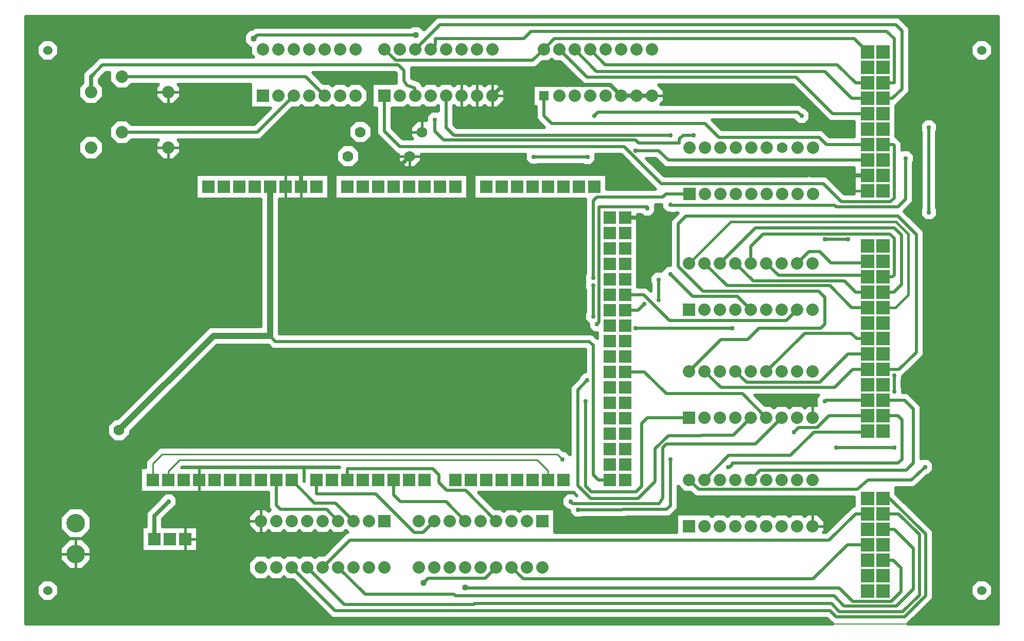
<source format=gbr>
G04 PROTEUS GERBER X2 FILE*
%TF.GenerationSoftware,Labcenter,Proteus,8.13-SP0-Build31525*%
%TF.CreationDate,2024-05-27T21:02:12+00:00*%
%TF.FileFunction,Copper,L1,Top*%
%TF.FilePolarity,Positive*%
%TF.Part,Single*%
%TF.SameCoordinates,{0b308d22-9aa3-4b5f-a824-e55e50807f99}*%
%FSLAX45Y45*%
%MOMM*%
G01*
%TA.AperFunction,Conductor*%
%ADD10C,0.508000*%
%ADD11C,0.254000*%
%ADD12C,0.635000*%
%ADD13C,0.381000*%
%ADD14C,1.016000*%
%TA.AperFunction,ViaPad*%
%ADD15C,0.762000*%
%ADD16C,1.016000*%
%ADD17C,1.778000*%
%TA.AperFunction,ComponentPad*%
%ADD18R,2.032000X2.032000*%
%TA.AperFunction,ComponentPad*%
%ADD19C,2.032000*%
%TA.AperFunction,ComponentPad*%
%ADD70R,2.286000X2.286000*%
%TA.AperFunction,ComponentPad*%
%ADD71C,1.778000*%
%TA.AperFunction,ComponentPad*%
%ADD20R,1.524000X1.524000*%
%TA.AperFunction,OtherPad,Unknown*%
%ADD21C,1.524000*%
%TA.AperFunction,ComponentPad*%
%ADD22C,3.048000*%
%TA.AperFunction,Profile*%
%ADD23C,0.203200*%
%TA.AperFunction,NonConductor*%
%ADD24C,0.063500*%
%TD.AperFunction*%
G36*
X+8000000Y-5000000D02*
X+6511553Y-5000000D01*
X+6928332Y-4583221D01*
X+6928332Y-3464258D01*
X+6315899Y-2851825D01*
X+6315899Y-2755899D01*
X+6616391Y-2755899D01*
X+6833534Y-2552699D01*
X+6852365Y-2552699D01*
X+6934199Y-2470865D01*
X+6934199Y-2355135D01*
X+6852365Y-2273301D01*
X+6736635Y-2273301D01*
X+6730999Y-2278937D01*
X+6730999Y-1407897D01*
X+6512103Y-1189001D01*
X+6426199Y-1189001D01*
X+6426199Y-1112135D01*
X+6413499Y-1099435D01*
X+6413499Y-980565D01*
X+6426199Y-967865D01*
X+6426199Y-928903D01*
X+6776719Y-578383D01*
X+6776719Y+1467383D01*
X+6452840Y+1791262D01*
X+6511032Y+1852100D01*
X+6603999Y+1949292D01*
X+6603999Y+2596435D01*
X+6616699Y+2609135D01*
X+6616699Y+2724865D01*
X+6534865Y+2806699D01*
X+6419135Y+2806699D01*
X+6413499Y+2801063D01*
X+6413499Y+2927553D01*
X+6396449Y+2944603D01*
X+6396449Y+2944605D01*
X+6322055Y+3018999D01*
X+6315899Y+3018999D01*
X+6315899Y+3532797D01*
X+6540499Y+3757397D01*
X+6540499Y+4815103D01*
X+6364504Y+4991098D01*
X-1242504Y+4991098D01*
X-1453288Y+4780314D01*
X-1524374Y+4851399D01*
X-1650626Y+4851399D01*
X-1676026Y+4825999D01*
X-4243603Y+4825999D01*
X-4281703Y+4787899D01*
X-4317626Y+4787899D01*
X-4406899Y+4698626D01*
X-4406899Y+4572374D01*
X-4317626Y+4483101D01*
X-4303199Y+4483101D01*
X-4303199Y+4377832D01*
X-4256066Y+4330699D01*
X-6791803Y+4330699D01*
X-6950264Y+4172238D01*
X-6959244Y+4172238D01*
X-6985433Y+4146049D01*
X-6985435Y+4146049D01*
X-7063549Y+4067935D01*
X-7063549Y+3912718D01*
X-7133399Y+3842868D01*
X-7133399Y+3674532D01*
X-7014368Y+3555501D01*
X-6846032Y+3555501D01*
X-6727001Y+3674532D01*
X-6727001Y+3842868D01*
X-6796851Y+3912718D01*
X-6796851Y+3957467D01*
X-6770662Y+3983656D01*
X-6770662Y+3992636D01*
X-6686597Y+4076701D01*
X-6625399Y+4076701D01*
X-6625399Y+3928532D01*
X-6506368Y+3809501D01*
X-6338032Y+3809501D01*
X-6261832Y+3885701D01*
X-5820566Y+3885701D01*
X-5863399Y+3842868D01*
X-5863399Y+3674532D01*
X-5744368Y+3555501D01*
X-5576032Y+3555501D01*
X-5457001Y+3674532D01*
X-5457001Y+3842868D01*
X-5499834Y+3885701D01*
X-4303199Y+3885701D01*
X-4303199Y+3496801D01*
X-3974801Y+3496801D01*
X-4244603Y+3226999D01*
X-6261832Y+3226999D01*
X-6338032Y+3303199D01*
X-6506368Y+3303199D01*
X-6625399Y+3184168D01*
X-6625399Y+3015832D01*
X-6506368Y+2896801D01*
X-6338032Y+2896801D01*
X-6261832Y+2973001D01*
X-5820566Y+2973001D01*
X-5863399Y+2930168D01*
X-5863399Y+2761832D01*
X-5744368Y+2642801D01*
X-5576032Y+2642801D01*
X-5457001Y+2761832D01*
X-5457001Y+2930168D01*
X-5499834Y+2973001D01*
X-4139397Y+2973001D01*
X-3615597Y+3496801D01*
X-3507832Y+3496801D01*
X-3465000Y+3539633D01*
X-3422168Y+3496801D01*
X-3253832Y+3496801D01*
X-3211000Y+3539633D01*
X-3168168Y+3496801D01*
X-2999832Y+3496801D01*
X-2957000Y+3539633D01*
X-2914168Y+3496801D01*
X-2745832Y+3496801D01*
X-2703000Y+3539633D01*
X-2660168Y+3496801D01*
X-2491832Y+3496801D01*
X-2372801Y+3615832D01*
X-2372801Y+3784168D01*
X-2491832Y+3903199D01*
X-2660168Y+3903199D01*
X-2703000Y+3860367D01*
X-2745832Y+3903199D01*
X-2914168Y+3903199D01*
X-2957000Y+3860367D01*
X-2999832Y+3903199D01*
X-3107597Y+3903199D01*
X-3281099Y+4076701D01*
X-1923587Y+4076701D01*
X-1904999Y+4058113D01*
X-1904999Y+3903199D01*
X-2303199Y+3903199D01*
X-2303199Y+3496801D01*
X-2226999Y+3496801D01*
X-2226999Y+3058897D01*
X-1898603Y+2730501D01*
X-1874499Y+2730501D01*
X-1874499Y+2621093D01*
X-1762907Y+2509501D01*
X-1605093Y+2509501D01*
X-1493501Y+2621093D01*
X-1493501Y+2730501D01*
X+217648Y+2730501D01*
X+217648Y+2633031D01*
X+299482Y+2551197D01*
X+415212Y+2551197D01*
X+427016Y+2563001D01*
X+1169435Y+2563001D01*
X+1182135Y+2550301D01*
X+1297865Y+2550301D01*
X+1379699Y+2632135D01*
X+1379699Y+2730501D01*
X+1788897Y+2730501D01*
X+2360400Y+2158998D01*
X+1553199Y+2158998D01*
X+1553199Y+2403199D01*
X-631199Y+2403199D01*
X-631199Y+1996801D01*
X+1206501Y+1996801D01*
X+1206501Y+769065D01*
X+1193801Y+756365D01*
X+1193801Y+640635D01*
X+1199436Y+635000D01*
X+1193801Y+629365D01*
X+1193801Y+513635D01*
X+1206501Y+500935D01*
X+1206502Y+317500D01*
X+1206501Y+134065D01*
X+1193801Y+121365D01*
X+1193801Y+5635D01*
X+1257301Y-57865D01*
X+1257301Y-121365D01*
X+1339135Y-203199D01*
X+1400801Y-203199D01*
X+1400801Y-296200D01*
X+1322603Y-218002D01*
X-3831601Y-218002D01*
X-3831601Y+1996801D01*
X-3018801Y+1996801D01*
X-3018801Y+2403199D01*
X-5203199Y+2403199D01*
X-5203199Y+1996801D01*
X-4136399Y+1996801D01*
X-4136399Y-101601D01*
X-4980112Y-101601D01*
X-6494610Y-1616099D01*
X-6548492Y-1616099D01*
X-6660084Y-1727691D01*
X-6660084Y-1885505D01*
X-6548492Y-1997097D01*
X-6390678Y-1997097D01*
X-6279086Y-1885505D01*
X-6279086Y-1831623D01*
X-4853862Y-406399D01*
X-4011203Y-406399D01*
X-3945602Y-472000D01*
X+1206501Y-472000D01*
X+1206501Y-847091D01*
X+1177845Y-847091D01*
X+1096011Y-928925D01*
X+1096011Y-946887D01*
X+952502Y-1090396D01*
X+952502Y-2215438D01*
X+883365Y-2146301D01*
X+847443Y-2146301D01*
X+789023Y-2087881D01*
X-5805523Y-2087881D01*
X-6028699Y-2311057D01*
X-6028699Y-2422801D01*
X-6117599Y-2422801D01*
X-6117599Y-2829199D01*
X-4009398Y-2829199D01*
X-4009398Y-3091704D01*
X-3983234Y-3117868D01*
X-4005000Y-3139633D01*
X-4047832Y-3096801D01*
X-4216168Y-3096801D01*
X-4335199Y-3215832D01*
X-4335199Y-3384168D01*
X-4216168Y-3503199D01*
X-4047832Y-3503199D01*
X-4005000Y-3460367D01*
X-3962168Y-3503199D01*
X-3793832Y-3503199D01*
X-3751000Y-3460367D01*
X-3708168Y-3503199D01*
X-3539832Y-3503199D01*
X-3497000Y-3460367D01*
X-3454168Y-3503199D01*
X-3285832Y-3503199D01*
X-3243000Y-3460367D01*
X-3200168Y-3503199D01*
X-3031832Y-3503199D01*
X-2989000Y-3460367D01*
X-2946168Y-3503199D01*
X-2777832Y-3503199D01*
X-2735000Y-3460367D01*
X-2702866Y-3492501D01*
X-2726102Y-3492501D01*
X-3092403Y-3858801D01*
X-3200168Y-3858801D01*
X-3243000Y-3901633D01*
X-3285832Y-3858801D01*
X-3454168Y-3858801D01*
X-3497000Y-3901633D01*
X-3539832Y-3858801D01*
X-3708168Y-3858801D01*
X-3751000Y-3901633D01*
X-3793832Y-3858801D01*
X-3962168Y-3858801D01*
X-4005000Y-3901633D01*
X-4047832Y-3858801D01*
X-4216168Y-3858801D01*
X-4335199Y-3977832D01*
X-4335199Y-4146168D01*
X-4216168Y-4265199D01*
X-4047832Y-4265199D01*
X-4005000Y-4222367D01*
X-3962168Y-4265199D01*
X-3793832Y-4265199D01*
X-3751000Y-4222367D01*
X-3708168Y-4265199D01*
X-3600403Y-4265199D01*
X-2963404Y-4902198D01*
X+5179796Y-4902198D01*
X+5277598Y-5000000D01*
X-8000000Y-5000000D01*
X-8000000Y+5000000D01*
X+8000000Y+5000000D01*
X+8000000Y-5000000D01*
G37*
%LPC*%
G36*
X-732801Y+1996801D02*
X-2917199Y+1996801D01*
X-2917199Y+2403199D01*
X-732801Y+2403199D01*
X-732801Y+1996801D01*
G37*
G36*
X-2890499Y+2621093D02*
X-2890499Y+2778907D01*
X-2778907Y+2890499D01*
X-2621093Y+2890499D01*
X-2509501Y+2778907D01*
X-2509501Y+2621093D01*
X-2621093Y+2509501D01*
X-2778907Y+2509501D01*
X-2890499Y+2621093D01*
G37*
G36*
X-2690499Y+3021093D02*
X-2690499Y+3178907D01*
X-2578907Y+3290499D01*
X-2421093Y+3290499D01*
X-2309501Y+3178907D01*
X-2309501Y+3021093D01*
X-2421093Y+2909501D01*
X-2578907Y+2909501D01*
X-2690499Y+3021093D01*
G37*
G36*
X-5510132Y-2922552D02*
X-5510132Y-3038282D01*
X-5591966Y-3120116D01*
X-5600948Y-3120116D01*
X-5754331Y-3273499D01*
X-5754331Y-3399961D01*
X-5176481Y-3399961D01*
X-5176481Y-3806359D01*
X-6090879Y-3806359D01*
X-6090879Y-3399961D01*
X-6021029Y-3399961D01*
X-6021029Y-3163033D01*
X-5789530Y-2931534D01*
X-5789530Y-2922552D01*
X-5707696Y-2840718D01*
X-5591966Y-2840718D01*
X-5510132Y-2922552D01*
G37*
G36*
X+7546201Y+4371353D02*
X+7546201Y+4518647D01*
X+7650353Y+4622799D01*
X+7797647Y+4622799D01*
X+7901799Y+4518647D01*
X+7901799Y+4371353D01*
X+7797647Y+4267201D01*
X+7650353Y+4267201D01*
X+7546201Y+4371353D01*
G37*
G36*
X+7546201Y-4518647D02*
X+7546201Y-4371353D01*
X+7650353Y-4267201D01*
X+7797647Y-4267201D01*
X+7901799Y-4371353D01*
X+7901799Y-4518647D01*
X+7797647Y-4622799D01*
X+7650353Y-4622799D01*
X+7546201Y-4518647D01*
G37*
G36*
X-7820799Y+4371353D02*
X-7820799Y+4518647D01*
X-7716647Y+4622799D01*
X-7569353Y+4622799D01*
X-7465201Y+4518647D01*
X-7465201Y+4371353D01*
X-7569353Y+4267201D01*
X-7716647Y+4267201D01*
X-7820799Y+4371353D01*
G37*
G36*
X-7820799Y-4518647D02*
X-7820799Y-4371353D01*
X-7716647Y-4267201D01*
X-7569353Y-4267201D01*
X-7465201Y-4371353D01*
X-7465201Y-4518647D01*
X-7569353Y-4622799D01*
X-7716647Y-4622799D01*
X-7820799Y-4518647D01*
G37*
G36*
X-7283250Y-3083561D02*
X-7072830Y-3083561D01*
X-6924041Y-3232350D01*
X-6924041Y-3442770D01*
X-7072830Y-3591559D01*
X-7283250Y-3591559D01*
X-7432039Y-3442770D01*
X-7432039Y-3232350D01*
X-7283250Y-3083561D01*
G37*
G36*
X-7283250Y-3591561D02*
X-7072830Y-3591561D01*
X-6924041Y-3740350D01*
X-6924041Y-3950770D01*
X-7072830Y-4099559D01*
X-7283250Y-4099559D01*
X-7432039Y-3950770D01*
X-7432039Y-3740350D01*
X-7283250Y-3591561D01*
G37*
G36*
X+6997699Y+3232865D02*
X+6997699Y+3117135D01*
X+6984999Y+3104435D01*
X+6984999Y+1848565D01*
X+6997699Y+1835865D01*
X+6997699Y+1720135D01*
X+6915865Y+1638301D01*
X+6800135Y+1638301D01*
X+6718301Y+1720135D01*
X+6718301Y+1835865D01*
X+6731001Y+1848565D01*
X+6731001Y+3104435D01*
X+6718301Y+3117135D01*
X+6718301Y+3232865D01*
X+6800135Y+3314699D01*
X+6915865Y+3314699D01*
X+6997699Y+3232865D01*
G37*
G36*
X-7133399Y+2761832D02*
X-7133399Y+2930168D01*
X-7014368Y+3049199D01*
X-6846032Y+3049199D01*
X-6727001Y+2930168D01*
X-6727001Y+2761832D01*
X-6846032Y+2642801D01*
X-7014368Y+2642801D01*
X-7133399Y+2761832D01*
G37*
%LPD*%
G36*
X+688932Y+4258801D02*
X+796697Y+4258801D01*
X+1174616Y+3880882D01*
X+1154100Y+3860367D01*
X+1111268Y+3903199D01*
X+942932Y+3903199D01*
X+900100Y+3860367D01*
X+857268Y+3903199D01*
X+688932Y+3903199D01*
X+663532Y+3877799D01*
X+341301Y+3877799D01*
X+341301Y+3522201D01*
X+392101Y+3522201D01*
X+392101Y+3312897D01*
X+529999Y+3174999D01*
X-904397Y+3174999D01*
X-957001Y+3227603D01*
X-957001Y+3539632D01*
X-957000Y+3539633D01*
X-914168Y+3496801D01*
X-745832Y+3496801D01*
X-703000Y+3539633D01*
X-660168Y+3496801D01*
X-491832Y+3496801D01*
X-449000Y+3539633D01*
X-406168Y+3496801D01*
X-237832Y+3496801D01*
X-118801Y+3615832D01*
X-118801Y+3784168D01*
X-237832Y+3903199D01*
X-406168Y+3903199D01*
X-449000Y+3860367D01*
X-491832Y+3903199D01*
X-660168Y+3903199D01*
X-703000Y+3860367D01*
X-745832Y+3903199D01*
X-914168Y+3903199D01*
X-957000Y+3860367D01*
X-999832Y+3903199D01*
X-1168168Y+3903199D01*
X-1211000Y+3860367D01*
X-1253832Y+3903199D01*
X-1422168Y+3903199D01*
X-1465000Y+3860367D01*
X-1474235Y+3869602D01*
X-1474432Y+3872101D01*
X-1521672Y+3934079D01*
X-1651001Y+3986680D01*
X-1651001Y+4153002D01*
X+389704Y+4153002D01*
X+495503Y+4258801D01*
X+603268Y+4258801D01*
X+646100Y+4301633D01*
X+688932Y+4258801D01*
G37*
G36*
X-1210999Y+3539632D02*
X-1210999Y+3440563D01*
X-1212135Y+3441699D01*
X-1327865Y+3441699D01*
X-1409699Y+3359865D01*
X-1409699Y+3290499D01*
X-1562907Y+3290499D01*
X-1674499Y+3178907D01*
X-1674499Y+3021093D01*
X-1637905Y+2984499D01*
X-1793397Y+2984499D01*
X-1973001Y+3164103D01*
X-1973001Y+3496801D01*
X-1761832Y+3496801D01*
X-1719000Y+3539633D01*
X-1676168Y+3496801D01*
X-1507832Y+3496801D01*
X-1465000Y+3539633D01*
X-1422168Y+3496801D01*
X-1253832Y+3496801D01*
X-1211000Y+3539633D01*
X-1210999Y+3539632D01*
G37*
G36*
X+5217896Y+3273002D02*
X+5270500Y+3273002D01*
X+5630101Y+3273001D01*
X+5630101Y+3018999D01*
X+5225103Y+3018999D01*
X+5107203Y+3136899D01*
X+3456203Y+3136899D01*
X+3291101Y+3302001D01*
X+4628435Y+3302001D01*
X+4704635Y+3225801D01*
X+4820365Y+3225801D01*
X+4902199Y+3307635D01*
X+4902199Y+3423365D01*
X+4820365Y+3505199D01*
X+4802403Y+3505199D01*
X+4751603Y+3555999D01*
X+2440466Y+3555999D01*
X+2500299Y+3615832D01*
X+2500299Y+3784168D01*
X+2410966Y+3873501D01*
X+4617397Y+3873501D01*
X+5217896Y+3273002D01*
G37*
G36*
X+2516397Y+2511001D02*
X+5630101Y+2511001D01*
X+5630101Y+2076999D01*
X+5468603Y+2076999D01*
X+5168603Y+2376999D01*
X+4916361Y+2376999D01*
X+4933950Y+2394588D01*
X+4933950Y+2431412D01*
X+4907912Y+2457450D01*
X+4871088Y+2457450D01*
X+4845050Y+2431412D01*
X+4845050Y+2394588D01*
X+4862639Y+2376999D01*
X+2501603Y+2376999D01*
X+2211601Y+2667001D01*
X+2360397Y+2667001D01*
X+2516397Y+2511001D01*
G37*
G36*
X+2463801Y+1847135D02*
X+2545635Y+1765301D01*
X+2597728Y+1765301D01*
X+2597728Y+1733033D01*
X+2623766Y+1706995D01*
X+2660590Y+1706995D01*
X+2686628Y+1733033D01*
X+2686628Y+1765302D01*
X+2728700Y+1765302D01*
X+2603501Y+1640103D01*
X+2603501Y+901699D01*
X+2545635Y+901699D01*
X+2463801Y+819865D01*
X+2463801Y+809699D01*
X+2352135Y+809699D01*
X+2270301Y+727865D01*
X+2270301Y+612135D01*
X+2283001Y+599435D01*
X+2283001Y+482321D01*
X+2216323Y+548999D01*
X+2061199Y+548999D01*
X+2061199Y+1743001D01*
X+2123435Y+1743001D01*
X+2164635Y+1701801D01*
X+2280365Y+1701801D01*
X+2362199Y+1783635D01*
X+2362199Y+1899365D01*
X+2356562Y+1905002D01*
X+2463801Y+1905002D01*
X+2463801Y+1847135D01*
G37*
G36*
X+5003801Y-1275635D02*
X+5003801Y-1391365D01*
X+5009237Y-1396801D01*
X+4862132Y-1396801D01*
X+4819300Y-1439633D01*
X+4776468Y-1396801D01*
X+4608132Y-1396801D01*
X+4565300Y-1439633D01*
X+4522468Y-1396801D01*
X+4354132Y-1396801D01*
X+4311300Y-1439633D01*
X+4268468Y-1396801D01*
X+4160703Y-1396801D01*
X+3995801Y-1231899D01*
X+5047537Y-1231899D01*
X+5003801Y-1275635D01*
G37*
G36*
X-2840999Y-2422801D02*
X-3425199Y-2422801D01*
X-3425199Y-2649599D01*
X-3425201Y-2649597D01*
X-3425201Y-2422801D01*
X-5436159Y-2422801D01*
X-5426357Y-2412999D01*
X-2840999Y-2412999D01*
X-2840999Y-2422801D01*
G37*
G36*
X+2827132Y-2826149D02*
X+2934897Y-2826149D01*
X+3017047Y-2908299D01*
X+5630101Y-2908299D01*
X+5630101Y-3057001D01*
X+5598897Y-3057001D01*
X+5163397Y-3492501D01*
X+5123116Y-3492501D01*
X+5146499Y-3469118D01*
X+5146499Y-3300782D01*
X+5027468Y-3181751D01*
X+4859132Y-3181751D01*
X+4816300Y-3224583D01*
X+4773468Y-3181751D01*
X+4605132Y-3181751D01*
X+4562300Y-3224583D01*
X+4519468Y-3181751D01*
X+4351132Y-3181751D01*
X+4308300Y-3224583D01*
X+4265468Y-3181751D01*
X+4097132Y-3181751D01*
X+4054300Y-3224583D01*
X+4011468Y-3181751D01*
X+3843132Y-3181751D01*
X+3800300Y-3224583D01*
X+3757468Y-3181751D01*
X+3589132Y-3181751D01*
X+3546300Y-3224583D01*
X+3503468Y-3181751D01*
X+3335132Y-3181751D01*
X+3292300Y-3224583D01*
X+3249468Y-3181751D01*
X+2708101Y-3181751D01*
X+2708101Y-3492501D01*
X+703199Y-3492501D01*
X+703199Y-3096801D01*
X+161832Y-3096801D01*
X+119000Y-3139633D01*
X+76168Y-3096801D01*
X-92168Y-3096801D01*
X-135000Y-3139633D01*
X-177832Y-3096801D01*
X-285597Y-3096801D01*
X-553199Y-2829199D01*
X+1011297Y-2829199D01*
X+1067527Y-2885429D01*
X+1061154Y-2885430D01*
X+1017985Y-2842261D01*
X+902255Y-2842261D01*
X+820421Y-2924095D01*
X+820421Y-3039825D01*
X+902255Y-3121659D01*
X+926747Y-3121659D01*
X+942341Y-3131957D01*
X+942341Y-3174445D01*
X+1024175Y-3256279D01*
X+1139905Y-3256279D01*
X+1152670Y-3243514D01*
X+2592787Y-3238315D01*
X+2730499Y-3100603D01*
X+2730499Y-2729516D01*
X+2827132Y-2826149D01*
G37*
D10*
X-770000Y-3300000D02*
X-1085500Y-2984500D01*
X-1841500Y-2984500D01*
X-1952000Y-2874000D01*
X-1952000Y-2626000D01*
X-3222000Y-2626000D02*
X-3222000Y-2857500D01*
X-2242500Y-2857500D01*
X-1607500Y-3492500D01*
X-1470500Y-3492500D01*
X-1278000Y-3300000D01*
X-2862000Y-3300000D02*
X-3050500Y-3111500D01*
X-3810000Y-3111500D01*
X-3882400Y-3039100D01*
X-3882400Y-2626000D01*
X-6422200Y+3100000D02*
X-4192000Y+3100000D01*
X-3592000Y+3700000D01*
X-6422200Y+4012700D02*
X-3396700Y+4012700D01*
X-3084000Y+3700000D01*
X+5846000Y+4416000D02*
X+5626500Y+4635500D01*
X+692600Y+4635500D01*
X+519100Y+4462000D01*
X+4184300Y-1600000D02*
X+3790800Y-1206500D01*
X+2536057Y-1206500D01*
X+2177557Y-848000D01*
X+1858000Y-848000D01*
X+2032000Y-127000D02*
X+3619500Y-127000D01*
X+1333500Y+698500D02*
X+1333500Y+1968500D01*
X+1397000Y+2032000D01*
X+2476500Y+2032000D01*
X+2525500Y+2081000D01*
X+2915100Y+2081000D01*
X-3624000Y-4062000D02*
X-2910800Y-4775200D01*
X+5232400Y-4775200D01*
X+5334000Y-4876800D01*
X+6455151Y-4876800D01*
X+6801333Y-4530618D01*
X+6801333Y-3516861D01*
X+6214472Y-2930000D01*
X+6100000Y-2930000D01*
X-2413000Y-4508500D02*
X-2286000Y-4508500D01*
X-960281Y-4508500D01*
X-934881Y-4533900D01*
X+5295900Y-4533900D01*
X+5461000Y-4699000D01*
X+6324600Y-4699000D01*
X+6600000Y-4423600D01*
X+6600000Y-3751500D01*
X+6286500Y-3438000D01*
X+6100000Y-3438000D01*
X-2413000Y-4508500D02*
X-2415499Y-4508500D01*
X-2862000Y-4062000D01*
D11*
X-8000Y-4062000D02*
X-7999Y-4062000D01*
D10*
X+825500Y-4254500D02*
X+762000Y-4254500D01*
X+698500Y-4254500D02*
X+762000Y-4254500D01*
X+698500Y-4254500D02*
X+184501Y-4254500D01*
X-8000Y-4062000D01*
X+825500Y-4254500D02*
X+4954342Y-4254500D01*
X+5516842Y-3692000D01*
X+5846000Y-3692000D01*
X-1460500Y-4318000D02*
X-1384300Y-4241800D01*
X-441799Y-4241800D01*
X-262000Y-4062000D01*
X-261999Y-4062000D01*
X-770000Y-4394200D02*
X-765559Y-4406900D01*
X+5384800Y-4406900D01*
X+5600700Y-4622800D01*
X+6240670Y-4622800D01*
X+6400000Y-4463470D01*
X+6400000Y-4076550D01*
X+6269450Y-3946000D01*
X+6100000Y-3946000D01*
X+6794500Y-2413000D02*
X+6565900Y-2628900D01*
X+5854700Y-2628900D01*
X+5676900Y-2781300D01*
X+3069650Y-2781300D01*
X+2911300Y-2622950D01*
D11*
X+5846001Y-808000D02*
X+5846000Y-808000D01*
X+5846001Y-554000D02*
X+5846000Y-554000D01*
D10*
X+5524500Y-554000D01*
X+5062500Y-1016000D01*
X+3854300Y-1016000D01*
X+3676300Y-838000D01*
D11*
X+5846000Y-1824000D02*
X+5846001Y-1824000D01*
D10*
X+5461000Y-1840000D02*
X+5524500Y-1840000D01*
X+5588000Y-1840000D02*
X+5524500Y-1840000D01*
X+5651500Y-1840000D02*
X+5830000Y-1840000D01*
X+5846000Y-1824000D01*
X+5588000Y-1840000D02*
X+5651500Y-1840000D01*
X+5461000Y-1840000D02*
X+4964250Y-1840000D01*
X+4581750Y-2222500D01*
X+3565750Y-2222500D01*
X+3165300Y-2622950D01*
X+3556000Y-2413000D02*
X+3581400Y-2413000D01*
X+3619500Y-2374900D01*
X+3619500Y-2349500D01*
X+6350000Y-2349500D01*
X+6413500Y-2286000D01*
X+6413500Y-1633500D01*
X+6350000Y-1570000D01*
X+6100000Y-1570000D01*
X+5846000Y-1570000D02*
X+5846001Y-1570000D01*
X+4635500Y-1841500D02*
X+4717000Y-1760000D01*
X+5020000Y-1760000D01*
X+5210000Y-1570000D01*
X+5846000Y-1570000D01*
X+6100000Y-1316000D02*
X+6459500Y-1316000D01*
X+6604000Y-1460500D01*
X+6604000Y-2349500D01*
X+6483500Y-2470000D01*
X+4080250Y-2470000D01*
X+3927300Y-2622950D01*
X+5143500Y-1333500D02*
X+5161000Y-1316000D01*
X+5846000Y-1316000D01*
D11*
X+5846001Y-1316000D01*
D10*
X+6100000Y+716000D02*
X+6256750Y+716000D01*
X+6286500Y+745750D01*
X+6286500Y+1350001D01*
X+6214101Y+1422400D01*
X+4133500Y+1422400D01*
X+3930300Y+1219200D01*
X+3930300Y+939800D01*
D12*
X-3476000Y+2200000D02*
X-3476000Y+2413000D01*
X-1971000Y+2413000D01*
X-1684000Y+2700000D01*
X+5846001Y+2384000D02*
X+5846000Y+2384000D01*
X+4918500Y+2384000D01*
X+4889500Y+2413000D01*
X+1789100Y+3700000D02*
X+1615600Y+3873500D01*
X-148500Y+3873500D01*
X-322000Y+3700000D01*
X+2043100Y+3700000D02*
X+2297100Y+3700000D01*
X+1789100Y+3700000D02*
X+2043100Y+3700000D01*
D11*
X-3115999Y-4062000D02*
X-3116000Y-4062000D01*
D10*
X-2673499Y-3619500D01*
X+5216000Y-3619500D01*
X+5651500Y-3184000D01*
X+5846000Y-3184000D01*
X-3370000Y-4062000D02*
X-2758400Y-4673600D01*
X-633065Y-4673600D01*
X-620365Y-4660900D01*
X+5251450Y-4660900D01*
X+5384800Y-4794250D01*
X+6426200Y-4794250D01*
X+6700000Y-4520450D01*
X+6700000Y-3525000D01*
X+6359000Y-3184000D01*
X+6100000Y-3184000D01*
X+6100000Y+3654000D02*
X+6257500Y+3654000D01*
X+6413500Y+3810000D01*
X+6413500Y+4762500D01*
X+6311900Y+4864100D01*
X-1189900Y+4864100D01*
X-1592000Y+4462000D01*
X+6269450Y+2892000D02*
X+6100000Y+2892000D01*
X+6269450Y+2892000D02*
X+6286500Y+2874950D01*
X+6286500Y+2013500D01*
X+6223000Y+1950000D01*
X+5416000Y+1950000D01*
X+5116000Y+2250000D01*
X+2449000Y+2250000D01*
X+1841500Y+2857500D01*
X-1846000Y+2857500D01*
X-2100000Y+3111500D01*
X-2100000Y+3700000D01*
X+2603500Y+3048000D02*
X-957000Y+3048000D01*
X-1084000Y+3175000D01*
X-1084000Y+3700000D01*
X+6477000Y+2667000D02*
X+6477000Y+2000250D01*
X+6349448Y+1866900D01*
X+5334000Y+1866900D01*
X+5308600Y+1892300D01*
X+2616200Y+1892300D01*
X+2603500Y+1905000D01*
D11*
X+5846000Y+3653999D02*
X+5846000Y+3654000D01*
D10*
X+773100Y+4462000D02*
X+1234600Y+4000500D01*
X+4670000Y+4000500D01*
X+5270500Y+3400000D01*
X+5846000Y+3400000D01*
D11*
X+5846000Y+2892000D02*
X+5846001Y+2892000D01*
D10*
X+5461000Y+2892000D02*
X+5524500Y+2892000D01*
X+5461000Y+2892000D02*
X+5172500Y+2892000D01*
X+5054600Y+3009900D01*
X+3403600Y+3009900D01*
X+3175000Y+3238500D01*
X+646100Y+3238500D01*
X+519100Y+3365500D01*
X+519100Y+3700000D01*
X+5588000Y+2892000D02*
X+5846000Y+2892000D01*
X+5588000Y+2892000D02*
X+5524500Y+2892000D01*
X+2032000Y+2794000D02*
X+2413000Y+2794000D01*
X+2569000Y+2638000D01*
X+5846000Y+2638000D01*
D11*
X+5846001Y+2638000D01*
D10*
X+1281100Y+4462000D02*
X+1533100Y+4210000D01*
X+5349500Y+4210000D01*
X+5651500Y+3908000D01*
X+5846000Y+3908000D01*
X+5846000Y+3654000D02*
X+5588000Y+3653999D01*
X+5141999Y+4100000D01*
X+1389100Y+4100000D01*
X+1027100Y+4462000D01*
X-1778000Y+4110716D02*
X-1778000Y+3941522D01*
X-1725589Y+3868622D01*
X-1599056Y+3826105D01*
X-1592000Y+3700000D01*
X+519100Y+4462000D02*
X+337100Y+4280000D01*
X-1918000Y+4280000D01*
X-2100000Y+4462000D01*
X+6100000Y+3908000D02*
X+6286500Y+3908000D01*
X+6286500Y+4635500D01*
X+6162000Y+4760000D01*
X+315000Y+4760000D01*
X+190500Y+4635500D01*
X-1261800Y+4635500D01*
X-1261800Y+4538200D01*
X-1338000Y+4462000D01*
X-1270000Y+3302000D02*
X-1270000Y+3111500D01*
X-1124550Y+2966050D01*
X+2032000Y+2966050D01*
X+2078050Y+2920000D01*
X+2752596Y+2920000D01*
X+2750000Y+2990000D01*
X+2759300Y+2992204D01*
X+2815096Y+3048000D01*
X+2984500Y+3048000D01*
X+5846000Y+970000D02*
X+5826000Y+950000D01*
X+5243500Y+950000D01*
X+5063500Y+1130000D01*
X+4882500Y+1130000D01*
X+4692300Y+939800D01*
X+2603500Y+762000D02*
X+2965500Y+400000D01*
X+3708100Y+400000D01*
X+3930300Y+177800D01*
X+5846000Y+716000D02*
X+5822000Y+740000D01*
X+4384100Y+740000D01*
X+4184300Y+939800D01*
X+3676300Y+939800D02*
X+3966100Y+650000D01*
X+5463500Y+650000D01*
X+5651500Y+462000D01*
X+5846000Y+462000D01*
X+3168300Y+939800D02*
X+3538100Y+570000D01*
X+5226000Y+570000D01*
X+5588000Y+208000D01*
X+5846000Y+208000D01*
X+6286500Y-910000D02*
X+6286500Y-1170000D01*
X+6286500Y-2095500D02*
X+5334000Y-2095500D01*
X+1397000Y-63500D02*
X+1430000Y-30500D01*
X+1430000Y+1870000D01*
X+2222500Y+1870000D01*
X+2222500Y+1841500D01*
X+2410000Y+670000D02*
X+2410000Y+340000D01*
X+2172970Y+267970D02*
X+2073000Y+168000D01*
X+1858000Y+168000D01*
X+4692300Y+177800D02*
X+4514500Y+0D01*
X+2585720Y+0D01*
X+2163720Y+422000D01*
X+1858000Y+422000D01*
X+4184300Y-838000D02*
X+4811480Y-210820D01*
X+5577840Y-210820D01*
X+5667020Y-300000D01*
X+5846000Y-300000D01*
X+5524500Y+1333500D02*
X+5143500Y+1333500D01*
X+1206500Y-1333500D02*
X+1206500Y-2730500D01*
X+1300480Y-2824480D01*
X+2034641Y-2824480D01*
X+2128621Y-2730500D01*
X+2128621Y-1693879D01*
X+2222500Y-1600000D01*
X+2914300Y-1600000D01*
X+1333500Y+63500D02*
X+1333500Y+571500D01*
X-2608000Y-3300000D02*
X-2903180Y-3004820D01*
X-3249580Y-3004820D01*
X-3628400Y-2626000D01*
X-262000Y-3300000D02*
X-768000Y-2794000D01*
X-1079500Y-2794000D01*
X-1201817Y-2671683D01*
X-1201817Y-2540000D01*
X-1303417Y-2438400D01*
X-2714000Y-2438400D01*
X-2714000Y-2626000D01*
X+3422300Y+939800D02*
X+4006500Y+1524000D01*
X+6286500Y+1524000D01*
X+6403340Y+1407160D01*
X+6403340Y+589540D01*
X+6275800Y+462000D01*
X+6100000Y+462000D01*
X+2914300Y-838000D02*
X+3434800Y-317500D01*
X+3873500Y-317500D01*
X+4064000Y-127000D01*
X+5080000Y-127000D01*
X+5143500Y-63500D01*
X+5143500Y+381000D01*
X+5044500Y+480000D01*
X+3139500Y+480000D01*
X+2730500Y+889000D01*
X+2730500Y+1587500D01*
X+2862580Y+1719580D01*
X+6344920Y+1719580D01*
X+6649720Y+1414780D01*
X+6649720Y-525780D01*
X+6367500Y-808000D01*
X+6100000Y-808000D01*
D13*
X+2914300Y+939800D02*
X+3595020Y+1620520D01*
X+6316980Y+1620520D01*
X+6515100Y+1422400D01*
X+6515100Y+419100D01*
X+6304000Y+208000D01*
X+6100000Y+208000D01*
D10*
X+5846000Y-808000D02*
X+5605500Y-808000D01*
X+5308600Y-1104900D01*
X+3435200Y-1104900D01*
X+3168300Y-838000D01*
D12*
X-5887680Y-3603160D02*
X-5887680Y-3218266D01*
X-5649831Y-2980417D01*
D14*
X-6469585Y-1806598D02*
X-4916987Y-254000D01*
X-3984000Y-254000D01*
D10*
X+1604000Y-2626000D02*
X+1419500Y-2626000D01*
X+1333500Y-2540000D01*
X+1333500Y-408501D01*
X+1270000Y-345001D01*
X-3892999Y-345001D01*
X-3984000Y-254000D01*
D14*
X-3984000Y+2200000D01*
D10*
X-4254500Y+4635500D02*
X-4191000Y+4699000D01*
X-1587500Y+4699000D01*
X+6858000Y+3175000D02*
X+6858000Y+1778000D01*
X+4762500Y+3365500D02*
X+4699000Y+3429000D01*
X+1409000Y+3429000D01*
X+1350000Y+3370000D01*
X+1240000Y+2690000D02*
X+358243Y+2690000D01*
X+357347Y+2690896D01*
D11*
X-5914400Y-2626000D02*
X-5914400Y-2358400D01*
X-5758180Y-2202180D01*
X+741680Y-2202180D01*
X+825500Y-2286000D01*
X-5660400Y-2626000D02*
X-5660400Y-2485400D01*
X-5473700Y-2298700D01*
X+410200Y-2298700D01*
X+588000Y-2476500D01*
X+588000Y-2626000D01*
D10*
X+960120Y-2981960D02*
X+998220Y-3012440D01*
X+2419141Y-3012166D01*
X+2476500Y-2921000D01*
X+2476500Y-2095500D01*
X+2540000Y-2032000D01*
X+4006300Y-2032000D01*
X+4438300Y-1600000D01*
X+1235710Y-986790D02*
X+1079500Y-1143000D01*
X+1079500Y-2717800D01*
X+1295400Y-2933700D01*
X+2072640Y-2933700D01*
X+2352040Y-2654300D01*
X+2352040Y-2110836D01*
X+2567940Y-1894595D01*
X+3637392Y-1892908D01*
X+3930300Y-1600000D01*
X+2603500Y-2286000D02*
X+2603500Y-3048000D01*
X+2540000Y-3111500D01*
X+1082040Y-3116580D01*
D12*
X+1858000Y+1692000D02*
X+2582733Y+1692000D01*
X+2642178Y+1751445D01*
X-6930200Y+3758700D02*
X-6930200Y+4012700D01*
X-6904010Y+4038890D01*
D10*
X-6739200Y+4203700D01*
X-1870984Y+4203700D01*
X-1778000Y+4110716D01*
D15*
X+3619500Y-127000D03*
X+2032000Y-127000D03*
X+1333500Y+698500D03*
X+3556000Y-2413000D03*
X+5143500Y-1333500D03*
X+2032000Y+2794000D03*
D16*
X-1460500Y-4318000D03*
X-770000Y-4394200D03*
D15*
X+2603500Y+3048000D03*
X+2984500Y+3048000D03*
X+2603500Y+1905000D03*
X+6286500Y-910000D03*
X+6286500Y-1170000D03*
X+6286500Y-2095500D03*
X+5334000Y-2095500D03*
X+1397000Y-63500D03*
X+2222500Y+1841500D03*
X+2410000Y+670000D03*
X+2410000Y+340000D03*
X+2172970Y+267970D03*
X+5524500Y+1333500D03*
X+5143500Y+1333500D03*
X+4889500Y+2413000D03*
X+6477000Y+2667000D03*
X+6794500Y-2413000D03*
X+4635500Y-1841500D03*
X+1206500Y-1333500D03*
X+1333500Y+63500D03*
X+1333500Y+571500D03*
X+2603500Y+762000D03*
X-1270000Y+3302000D03*
X-5649831Y-2980417D03*
D17*
X-6469585Y-1806598D03*
D16*
X-4254500Y+4635500D03*
X-1587500Y+4699000D03*
D15*
X+6858000Y+3175000D03*
X+6858000Y+1778000D03*
X+4762500Y+3365500D03*
X+1350000Y+3370000D03*
X+1240000Y+2690000D03*
X+357347Y+2690896D03*
X+825500Y-2286000D03*
X+960120Y-2981960D03*
X+1235710Y-986790D03*
X+2603500Y-2286000D03*
X+1082040Y-3116580D03*
X+2642178Y+1751445D03*
D10*
X+8000000Y-5000000D02*
X+6511553Y-5000000D01*
X+6928332Y-4583221D01*
X+6928332Y-3464258D01*
X+6315899Y-2851825D01*
X+6315899Y-2755899D01*
X+6616391Y-2755899D01*
X+6833534Y-2552699D01*
X+6852365Y-2552699D01*
X+6934199Y-2470865D01*
X+6934199Y-2355135D01*
X+6852365Y-2273301D01*
X+6736635Y-2273301D01*
X+6730999Y-2278937D01*
X+6730999Y-1407897D01*
X+6512103Y-1189001D01*
X+6426199Y-1189001D01*
X+6426199Y-1112135D01*
X+6413499Y-1099435D01*
X+6413499Y-980565D01*
X+6426199Y-967865D01*
X+6426199Y-928903D01*
X+6776719Y-578383D01*
X+6776719Y+1467383D01*
X+6452840Y+1791262D01*
X+6511032Y+1852100D01*
X+6603999Y+1949292D01*
X+6603999Y+2596435D01*
X+6616699Y+2609135D01*
X+6616699Y+2724865D01*
X+6534865Y+2806699D01*
X+6419135Y+2806699D01*
X+6413499Y+2801063D01*
X+6413499Y+2927553D01*
X+6396449Y+2944603D01*
X+6396449Y+2944605D01*
X+6322055Y+3018999D01*
X+6315899Y+3018999D01*
X+6315899Y+3532797D01*
X+6540499Y+3757397D01*
X+6540499Y+4815103D01*
X+6364504Y+4991098D01*
X-1242504Y+4991098D01*
X-1453288Y+4780314D01*
X-1524374Y+4851399D01*
X-1650626Y+4851399D01*
X-1676026Y+4825999D01*
X-4243603Y+4825999D01*
X-4281703Y+4787899D01*
X-4317626Y+4787899D01*
X-4406899Y+4698626D01*
X-4406899Y+4572374D01*
X-4317626Y+4483101D01*
X-4303199Y+4483101D01*
X-4303199Y+4377832D01*
X-4256066Y+4330699D01*
X-6791803Y+4330699D01*
X-6950264Y+4172238D01*
X-6959244Y+4172238D01*
X-6985433Y+4146049D01*
X-6985435Y+4146049D01*
X-7063549Y+4067935D01*
X-7063549Y+3912718D01*
X-7133399Y+3842868D01*
X-7133399Y+3674532D01*
X-7014368Y+3555501D01*
X-6846032Y+3555501D01*
X-6727001Y+3674532D01*
X-6727001Y+3842868D01*
X-6796851Y+3912718D01*
X-6796851Y+3957467D01*
X-6770662Y+3983656D01*
X-6770662Y+3992636D01*
X-6686597Y+4076701D01*
X-6625399Y+4076701D01*
X-6625399Y+3928532D01*
X-6506368Y+3809501D01*
X-6338032Y+3809501D01*
X-6261832Y+3885701D01*
X-5820566Y+3885701D01*
X-5863399Y+3842868D01*
X-5863399Y+3674532D01*
X-5744368Y+3555501D01*
X-5576032Y+3555501D01*
X-5457001Y+3674532D01*
X-5457001Y+3842868D01*
X-5499834Y+3885701D01*
X-4303199Y+3885701D01*
X-4303199Y+3496801D01*
X-3974801Y+3496801D01*
X-4244603Y+3226999D01*
X-6261832Y+3226999D01*
X-6338032Y+3303199D01*
X-6506368Y+3303199D01*
X-6625399Y+3184168D01*
X-6625399Y+3015832D01*
X-6506368Y+2896801D01*
X-6338032Y+2896801D01*
X-6261832Y+2973001D01*
X-5820566Y+2973001D01*
X-5863399Y+2930168D01*
X-5863399Y+2761832D01*
X-5744368Y+2642801D01*
X-5576032Y+2642801D01*
X-5457001Y+2761832D01*
X-5457001Y+2930168D01*
X-5499834Y+2973001D01*
X-4139397Y+2973001D01*
X-3615597Y+3496801D01*
X-3507832Y+3496801D01*
X-3465000Y+3539633D01*
X-3422168Y+3496801D01*
X-3253832Y+3496801D01*
X-3211000Y+3539633D01*
X-3168168Y+3496801D01*
X-2999832Y+3496801D01*
X-2957000Y+3539633D01*
X-2914168Y+3496801D01*
X-2745832Y+3496801D01*
X-2703000Y+3539633D01*
X-2660168Y+3496801D01*
X-2491832Y+3496801D01*
X-2372801Y+3615832D01*
X-2372801Y+3784168D01*
X-2491832Y+3903199D01*
X-2660168Y+3903199D01*
X-2703000Y+3860367D01*
X-2745832Y+3903199D01*
X-2914168Y+3903199D01*
X-2957000Y+3860367D01*
X-2999832Y+3903199D01*
X-3107597Y+3903199D01*
X-3281099Y+4076701D01*
X-1923587Y+4076701D01*
X-1904999Y+4058113D01*
X-1904999Y+3903199D01*
X-2303199Y+3903199D01*
X-2303199Y+3496801D01*
X-2226999Y+3496801D01*
X-2226999Y+3058897D01*
X-1898603Y+2730501D01*
X-1874499Y+2730501D01*
X-1874499Y+2621093D01*
X-1762907Y+2509501D01*
X-1605093Y+2509501D01*
X-1493501Y+2621093D01*
X-1493501Y+2730501D01*
X+217648Y+2730501D01*
X+217648Y+2633031D01*
X+299482Y+2551197D01*
X+415212Y+2551197D01*
X+427016Y+2563001D01*
X+1169435Y+2563001D01*
X+1182135Y+2550301D01*
X+1297865Y+2550301D01*
X+1379699Y+2632135D01*
X+1379699Y+2730501D01*
X+1788897Y+2730501D01*
X+2360400Y+2158998D01*
X+1553199Y+2158998D01*
X+1553199Y+2403199D01*
X-631199Y+2403199D01*
X-631199Y+1996801D01*
X+1206501Y+1996801D01*
X+1206501Y+769065D01*
X+1193801Y+756365D01*
X+1193801Y+640635D01*
X+1199436Y+635000D01*
X+1193801Y+629365D01*
X+1193801Y+513635D01*
X+1206501Y+500935D01*
X+1206502Y+317500D01*
X+1206501Y+134065D01*
X+1193801Y+121365D01*
X+1193801Y+5635D01*
X+1257301Y-57865D01*
X+1257301Y-121365D01*
X+1339135Y-203199D01*
X+1400801Y-203199D01*
X+1400801Y-296200D01*
X+1322603Y-218002D01*
X-3831601Y-218002D01*
X-3831601Y+1996801D01*
X-3018801Y+1996801D01*
X-3018801Y+2403199D01*
X-5203199Y+2403199D01*
X-5203199Y+1996801D01*
X-4136399Y+1996801D01*
X-4136399Y-101601D01*
X-4980112Y-101601D01*
X-6494610Y-1616099D01*
X-6548492Y-1616099D01*
X-6660084Y-1727691D01*
X-6660084Y-1885505D01*
X-6548492Y-1997097D01*
X-6390678Y-1997097D01*
X-6279086Y-1885505D01*
X-6279086Y-1831623D01*
X-4853862Y-406399D01*
X-4011203Y-406399D01*
X-3945602Y-472000D01*
X+1206501Y-472000D01*
X+1206501Y-847091D01*
X+1177845Y-847091D01*
X+1096011Y-928925D01*
X+1096011Y-946887D01*
X+952502Y-1090396D01*
X+952502Y-2215438D01*
X+883365Y-2146301D01*
X+847443Y-2146301D01*
X+789023Y-2087881D01*
X-5805523Y-2087881D01*
X-6028699Y-2311057D01*
X-6028699Y-2422801D01*
X-6117599Y-2422801D01*
X-6117599Y-2829199D01*
X-4009398Y-2829199D01*
X-4009398Y-3091704D01*
X-3983234Y-3117868D01*
X-4005000Y-3139633D01*
X-4047832Y-3096801D01*
X-4216168Y-3096801D01*
X-4335199Y-3215832D01*
X-4335199Y-3384168D01*
X-4216168Y-3503199D01*
X-4047832Y-3503199D01*
X-4005000Y-3460367D01*
X-3962168Y-3503199D01*
X-3793832Y-3503199D01*
X-3751000Y-3460367D01*
X-3708168Y-3503199D01*
X-3539832Y-3503199D01*
X-3497000Y-3460367D01*
X-3454168Y-3503199D01*
X-3285832Y-3503199D01*
X-3243000Y-3460367D01*
X-3200168Y-3503199D01*
X-3031832Y-3503199D01*
X-2989000Y-3460367D01*
X-2946168Y-3503199D01*
X-2777832Y-3503199D01*
X-2735000Y-3460367D01*
X-2702866Y-3492501D01*
X-2726102Y-3492501D01*
X-3092403Y-3858801D01*
X-3200168Y-3858801D01*
X-3243000Y-3901633D01*
X-3285832Y-3858801D01*
X-3454168Y-3858801D01*
X-3497000Y-3901633D01*
X-3539832Y-3858801D01*
X-3708168Y-3858801D01*
X-3751000Y-3901633D01*
X-3793832Y-3858801D01*
X-3962168Y-3858801D01*
X-4005000Y-3901633D01*
X-4047832Y-3858801D01*
X-4216168Y-3858801D01*
X-4335199Y-3977832D01*
X-4335199Y-4146168D01*
X-4216168Y-4265199D01*
X-4047832Y-4265199D01*
X-4005000Y-4222367D01*
X-3962168Y-4265199D01*
X-3793832Y-4265199D01*
X-3751000Y-4222367D01*
X-3708168Y-4265199D01*
X-3600403Y-4265199D01*
X-2963404Y-4902198D01*
X+5179796Y-4902198D01*
X+5277598Y-5000000D01*
X-8000000Y-5000000D01*
X-8000000Y+5000000D01*
X+8000000Y+5000000D01*
X+8000000Y-5000000D01*
X-732801Y+1996801D02*
X-2917199Y+1996801D01*
X-2917199Y+2403199D01*
X-732801Y+2403199D01*
X-732801Y+1996801D01*
X-2890499Y+2621093D02*
X-2890499Y+2778907D01*
X-2778907Y+2890499D01*
X-2621093Y+2890499D01*
X-2509501Y+2778907D01*
X-2509501Y+2621093D01*
X-2621093Y+2509501D01*
X-2778907Y+2509501D01*
X-2890499Y+2621093D01*
X-2690499Y+3021093D02*
X-2690499Y+3178907D01*
X-2578907Y+3290499D01*
X-2421093Y+3290499D01*
X-2309501Y+3178907D01*
X-2309501Y+3021093D01*
X-2421093Y+2909501D01*
X-2578907Y+2909501D01*
X-2690499Y+3021093D01*
X-5510132Y-2922552D02*
X-5510132Y-3038282D01*
X-5591966Y-3120116D01*
X-5600948Y-3120116D01*
X-5754331Y-3273499D01*
X-5754331Y-3399961D01*
X-5176481Y-3399961D01*
X-5176481Y-3806359D01*
X-6090879Y-3806359D01*
X-6090879Y-3399961D01*
X-6021029Y-3399961D01*
X-6021029Y-3163033D01*
X-5789530Y-2931534D01*
X-5789530Y-2922552D01*
X-5707696Y-2840718D01*
X-5591966Y-2840718D01*
X-5510132Y-2922552D01*
X+7546201Y+4371353D02*
X+7546201Y+4518647D01*
X+7650353Y+4622799D01*
X+7797647Y+4622799D01*
X+7901799Y+4518647D01*
X+7901799Y+4371353D01*
X+7797647Y+4267201D01*
X+7650353Y+4267201D01*
X+7546201Y+4371353D01*
X+7546201Y-4518647D02*
X+7546201Y-4371353D01*
X+7650353Y-4267201D01*
X+7797647Y-4267201D01*
X+7901799Y-4371353D01*
X+7901799Y-4518647D01*
X+7797647Y-4622799D01*
X+7650353Y-4622799D01*
X+7546201Y-4518647D01*
X-7820799Y+4371353D02*
X-7820799Y+4518647D01*
X-7716647Y+4622799D01*
X-7569353Y+4622799D01*
X-7465201Y+4518647D01*
X-7465201Y+4371353D01*
X-7569353Y+4267201D01*
X-7716647Y+4267201D01*
X-7820799Y+4371353D01*
X-7820799Y-4518647D02*
X-7820799Y-4371353D01*
X-7716647Y-4267201D01*
X-7569353Y-4267201D01*
X-7465201Y-4371353D01*
X-7465201Y-4518647D01*
X-7569353Y-4622799D01*
X-7716647Y-4622799D01*
X-7820799Y-4518647D01*
X-7283250Y-3083561D02*
X-7072830Y-3083561D01*
X-6924041Y-3232350D01*
X-6924041Y-3442770D01*
X-7072830Y-3591559D01*
X-7283250Y-3591559D01*
X-7432039Y-3442770D01*
X-7432039Y-3232350D01*
X-7283250Y-3083561D01*
X-7283250Y-3591561D02*
X-7072830Y-3591561D01*
X-6924041Y-3740350D01*
X-6924041Y-3950770D01*
X-7072830Y-4099559D01*
X-7283250Y-4099559D01*
X-7432039Y-3950770D01*
X-7432039Y-3740350D01*
X-7283250Y-3591561D01*
X+6997699Y+3232865D02*
X+6997699Y+3117135D01*
X+6984999Y+3104435D01*
X+6984999Y+1848565D01*
X+6997699Y+1835865D01*
X+6997699Y+1720135D01*
X+6915865Y+1638301D01*
X+6800135Y+1638301D01*
X+6718301Y+1720135D01*
X+6718301Y+1835865D01*
X+6731001Y+1848565D01*
X+6731001Y+3104435D01*
X+6718301Y+3117135D01*
X+6718301Y+3232865D01*
X+6800135Y+3314699D01*
X+6915865Y+3314699D01*
X+6997699Y+3232865D01*
X-7133399Y+2761832D02*
X-7133399Y+2930168D01*
X-7014368Y+3049199D01*
X-6846032Y+3049199D01*
X-6727001Y+2930168D01*
X-6727001Y+2761832D01*
X-6846032Y+2642801D01*
X-7014368Y+2642801D01*
X-7133399Y+2761832D01*
X+688932Y+4258801D02*
X+796697Y+4258801D01*
X+1174616Y+3880882D01*
X+1154100Y+3860367D01*
X+1111268Y+3903199D01*
X+942932Y+3903199D01*
X+900100Y+3860367D01*
X+857268Y+3903199D01*
X+688932Y+3903199D01*
X+663532Y+3877799D01*
X+341301Y+3877799D01*
X+341301Y+3522201D01*
X+392101Y+3522201D01*
X+392101Y+3312897D01*
X+529999Y+3174999D01*
X-904397Y+3174999D01*
X-957001Y+3227603D01*
X-957001Y+3539632D01*
X-957000Y+3539633D01*
X-914168Y+3496801D01*
X-745832Y+3496801D01*
X-703000Y+3539633D01*
X-660168Y+3496801D01*
X-491832Y+3496801D01*
X-449000Y+3539633D01*
X-406168Y+3496801D01*
X-237832Y+3496801D01*
X-118801Y+3615832D01*
X-118801Y+3784168D01*
X-237832Y+3903199D01*
X-406168Y+3903199D01*
X-449000Y+3860367D01*
X-491832Y+3903199D01*
X-660168Y+3903199D01*
X-703000Y+3860367D01*
X-745832Y+3903199D01*
X-914168Y+3903199D01*
X-957000Y+3860367D01*
X-999832Y+3903199D01*
X-1168168Y+3903199D01*
X-1211000Y+3860367D01*
X-1253832Y+3903199D01*
X-1422168Y+3903199D01*
X-1465000Y+3860367D01*
X-1474235Y+3869602D01*
X-1474432Y+3872101D01*
X-1521672Y+3934079D01*
X-1651001Y+3986680D01*
X-1651001Y+4153002D01*
X+389704Y+4153002D01*
X+495503Y+4258801D01*
X+603268Y+4258801D01*
X+646100Y+4301633D01*
X+688932Y+4258801D01*
X-1210999Y+3539632D02*
X-1210999Y+3440563D01*
X-1212135Y+3441699D01*
X-1327865Y+3441699D01*
X-1409699Y+3359865D01*
X-1409699Y+3290499D01*
X-1562907Y+3290499D01*
X-1674499Y+3178907D01*
X-1674499Y+3021093D01*
X-1637905Y+2984499D01*
X-1793397Y+2984499D01*
X-1973001Y+3164103D01*
X-1973001Y+3496801D01*
X-1761832Y+3496801D01*
X-1719000Y+3539633D01*
X-1676168Y+3496801D01*
X-1507832Y+3496801D01*
X-1465000Y+3539633D01*
X-1422168Y+3496801D01*
X-1253832Y+3496801D01*
X-1211000Y+3539633D01*
X-1210999Y+3539632D01*
X+5217896Y+3273002D02*
X+5270500Y+3273002D01*
X+5630101Y+3273001D01*
X+5630101Y+3018999D01*
X+5225103Y+3018999D01*
X+5107203Y+3136899D01*
X+3456203Y+3136899D01*
X+3291101Y+3302001D01*
X+4628435Y+3302001D01*
X+4704635Y+3225801D01*
X+4820365Y+3225801D01*
X+4902199Y+3307635D01*
X+4902199Y+3423365D01*
X+4820365Y+3505199D01*
X+4802403Y+3505199D01*
X+4751603Y+3555999D01*
X+2440466Y+3555999D01*
X+2500299Y+3615832D01*
X+2500299Y+3784168D01*
X+2410966Y+3873501D01*
X+4617397Y+3873501D01*
X+5217896Y+3273002D01*
X+2516397Y+2511001D02*
X+5630101Y+2511001D01*
X+5630101Y+2076999D01*
X+5468603Y+2076999D01*
X+5168603Y+2376999D01*
X+4916361Y+2376999D01*
X+4933950Y+2394588D01*
X+4933950Y+2431412D01*
X+4907912Y+2457450D01*
X+4871088Y+2457450D01*
X+4845050Y+2431412D01*
X+4845050Y+2394588D01*
X+4862639Y+2376999D01*
X+2501603Y+2376999D01*
X+2211601Y+2667001D01*
X+2360397Y+2667001D01*
X+2516397Y+2511001D01*
X+2463801Y+1847135D02*
X+2545635Y+1765301D01*
X+2597728Y+1765301D01*
X+2597728Y+1733033D01*
X+2623766Y+1706995D01*
X+2660590Y+1706995D01*
X+2686628Y+1733033D01*
X+2686628Y+1765302D01*
X+2728700Y+1765302D01*
X+2603501Y+1640103D01*
X+2603501Y+901699D01*
X+2545635Y+901699D01*
X+2463801Y+819865D01*
X+2463801Y+809699D01*
X+2352135Y+809699D01*
X+2270301Y+727865D01*
X+2270301Y+612135D01*
X+2283001Y+599435D01*
X+2283001Y+482321D01*
X+2216323Y+548999D01*
X+2061199Y+548999D01*
X+2061199Y+1743001D01*
X+2123435Y+1743001D01*
X+2164635Y+1701801D01*
X+2280365Y+1701801D01*
X+2362199Y+1783635D01*
X+2362199Y+1899365D01*
X+2356562Y+1905002D01*
X+2463801Y+1905002D01*
X+2463801Y+1847135D01*
X+5003801Y-1275635D02*
X+5003801Y-1391365D01*
X+5009237Y-1396801D01*
X+4862132Y-1396801D01*
X+4819300Y-1439633D01*
X+4776468Y-1396801D01*
X+4608132Y-1396801D01*
X+4565300Y-1439633D01*
X+4522468Y-1396801D01*
X+4354132Y-1396801D01*
X+4311300Y-1439633D01*
X+4268468Y-1396801D01*
X+4160703Y-1396801D01*
X+3995801Y-1231899D01*
X+5047537Y-1231899D01*
X+5003801Y-1275635D01*
X-2840999Y-2422801D02*
X-3425199Y-2422801D01*
X-3425199Y-2649599D01*
X-3425201Y-2649597D01*
X-3425201Y-2422801D01*
X-5436159Y-2422801D01*
X-5426357Y-2412999D01*
X-2840999Y-2412999D01*
X-2840999Y-2422801D01*
X+2827132Y-2826149D02*
X+2934897Y-2826149D01*
X+3017047Y-2908299D01*
X+5630101Y-2908299D01*
X+5630101Y-3057001D01*
X+5598897Y-3057001D01*
X+5163397Y-3492501D01*
X+5123116Y-3492501D01*
X+5146499Y-3469118D01*
X+5146499Y-3300782D01*
X+5027468Y-3181751D01*
X+4859132Y-3181751D01*
X+4816300Y-3224583D01*
X+4773468Y-3181751D01*
X+4605132Y-3181751D01*
X+4562300Y-3224583D01*
X+4519468Y-3181751D01*
X+4351132Y-3181751D01*
X+4308300Y-3224583D01*
X+4265468Y-3181751D01*
X+4097132Y-3181751D01*
X+4054300Y-3224583D01*
X+4011468Y-3181751D01*
X+3843132Y-3181751D01*
X+3800300Y-3224583D01*
X+3757468Y-3181751D01*
X+3589132Y-3181751D01*
X+3546300Y-3224583D01*
X+3503468Y-3181751D01*
X+3335132Y-3181751D01*
X+3292300Y-3224583D01*
X+3249468Y-3181751D01*
X+2708101Y-3181751D01*
X+2708101Y-3492501D01*
X+703199Y-3492501D01*
X+703199Y-3096801D01*
X+161832Y-3096801D01*
X+119000Y-3139633D01*
X+76168Y-3096801D01*
X-92168Y-3096801D01*
X-135000Y-3139633D01*
X-177832Y-3096801D01*
X-285597Y-3096801D01*
X-553199Y-2829199D01*
X+1011297Y-2829199D01*
X+1067527Y-2885429D01*
X+1061154Y-2885430D01*
X+1017985Y-2842261D01*
X+902255Y-2842261D01*
X+820421Y-2924095D01*
X+820421Y-3039825D01*
X+902255Y-3121659D01*
X+926747Y-3121659D01*
X+942341Y-3131957D01*
X+942341Y-3174445D01*
X+1024175Y-3256279D01*
X+1139905Y-3256279D01*
X+1152670Y-3243514D01*
X+2592787Y-3238315D01*
X+2730499Y-3100603D01*
X+2730499Y-2729516D01*
X+2827132Y-2826149D01*
D13*
X-3730000Y+1996801D02*
X-3730000Y+2200000D01*
X-3730000Y+2403199D02*
X-3730000Y+2200000D01*
X-3476000Y+1996801D02*
X-3476000Y+2200000D01*
X-3476000Y+2403199D02*
X-3476000Y+2200000D01*
X+2061199Y+1692000D02*
X+1858000Y+1692000D01*
X-5152400Y-2829199D02*
X-5152400Y-2626000D01*
X-5152400Y-2422801D02*
X-5152400Y-2626000D01*
X-4335199Y-3300000D02*
X-4132000Y-3300000D01*
X-4132000Y-3503199D02*
X-4132000Y-3300000D01*
X-4132000Y-3096801D02*
X-4132000Y-3300000D01*
X+5630101Y+2384000D02*
X+5846000Y+2384000D01*
X+5630101Y+2130000D02*
X+5846000Y+2130000D01*
X-1874499Y+2700000D02*
X-1684000Y+2700000D01*
X-1493501Y+2700000D02*
X-1684000Y+2700000D01*
X-1684000Y+2509501D02*
X-1684000Y+2700000D01*
X-1674499Y+3100000D02*
X-1484000Y+3100000D01*
X-1484000Y+3290499D02*
X-1484000Y+3100000D01*
X+2500299Y+3700000D02*
X+2297100Y+3700000D01*
X+5146499Y-3384950D02*
X+4943300Y-3384950D01*
X+4943300Y-3181751D02*
X+4943300Y-3384950D01*
X+4946300Y-1396801D02*
X+4946300Y-1600000D01*
X-5176481Y-3603160D02*
X-5379680Y-3603160D01*
X-5379680Y-3806359D02*
X-5379680Y-3603160D01*
X-5379680Y-3399961D02*
X-5379680Y-3603160D01*
X-830000Y+3496801D02*
X-830000Y+3700000D01*
X-830000Y+3903199D02*
X-830000Y+3700000D01*
X-576000Y+3496801D02*
X-576000Y+3700000D01*
X-576000Y+3903199D02*
X-576000Y+3700000D01*
X-118801Y+3700000D02*
X-322000Y+3700000D01*
X-322000Y+3496801D02*
X-322000Y+3700000D01*
X-322000Y+3903199D02*
X-322000Y+3700000D01*
X-7178040Y-3591561D02*
X-7178040Y-3845560D01*
X-7178040Y-4099559D02*
X-7178040Y-3845560D01*
X-7432039Y-3845560D02*
X-7178040Y-3845560D01*
X-6924041Y-3845560D02*
X-7178040Y-3845560D01*
X-5863399Y+2846000D02*
X-5660200Y+2846000D01*
X-5457001Y+2846000D02*
X-5660200Y+2846000D01*
X-5660200Y+2642801D02*
X-5660200Y+2846000D01*
X-5863399Y+3758700D02*
X-5660200Y+3758700D01*
X-5457001Y+3758700D02*
X-5660200Y+3758700D01*
X-5660200Y+3555501D02*
X-5660200Y+3758700D01*
D18*
X-5000000Y+2200000D03*
X-4746000Y+2200000D03*
X-4492000Y+2200000D03*
X-4238000Y+2200000D03*
X-3984000Y+2200000D03*
X-3730000Y+2200000D03*
X-3476000Y+2200000D03*
X-3222000Y+2200000D03*
X-2714000Y+2200000D03*
X-2460000Y+2200000D03*
X-2206000Y+2200000D03*
X-1952000Y+2200000D03*
X-1698000Y+2200000D03*
X-1444000Y+2200000D03*
X-1190000Y+2200000D03*
X-936000Y+2200000D03*
X-428000Y+2200000D03*
X-174000Y+2200000D03*
X+80000Y+2200000D03*
X+334000Y+2200000D03*
X+588000Y+2200000D03*
X+842000Y+2200000D03*
X+1096000Y+2200000D03*
X+1350000Y+2200000D03*
X+1604000Y+1692000D03*
X+1604000Y+1438000D03*
X+1604000Y+1184000D03*
X+1604000Y+930000D03*
X+1604000Y+676000D03*
X+1604000Y+422000D03*
X+1604000Y+168000D03*
X+1604000Y-86000D03*
X+1604000Y-340000D03*
X+1604000Y-594000D03*
X+1604000Y-848000D03*
X+1604000Y-1102000D03*
X+1604000Y-1356000D03*
X+1604000Y-1610000D03*
X+1604000Y-1864000D03*
X+1604000Y-2118000D03*
X+1604000Y-2372000D03*
X+1604000Y-2626000D03*
X+1858000Y+1692000D03*
X+1858000Y+1438000D03*
X+1858000Y+1184000D03*
X+1858000Y+930000D03*
X+1858000Y+676000D03*
X+1858000Y+422000D03*
X+1858000Y+168000D03*
X+1858000Y-86000D03*
X+1858000Y-340000D03*
X+1858000Y-594000D03*
X+1858000Y-848000D03*
X+1858000Y-1102000D03*
X+1858000Y-1356000D03*
X+1858000Y-1610000D03*
X+1858000Y-1864000D03*
X+1858000Y-2118000D03*
X+1858000Y-2372000D03*
X+1858000Y-2626000D03*
X+842000Y-2626000D03*
X+588000Y-2626000D03*
X+334000Y-2626000D03*
X+80000Y-2626000D03*
X-174000Y-2626000D03*
X-428000Y-2626000D03*
X-682000Y-2626000D03*
X-936000Y-2626000D03*
X-1444000Y-2626000D03*
X-1698000Y-2626000D03*
X-1952000Y-2626000D03*
X-2206000Y-2626000D03*
X-2460000Y-2626000D03*
X-2714000Y-2626000D03*
X-2968000Y-2626000D03*
X-3222000Y-2626000D03*
X-3628400Y-2626000D03*
X-3882400Y-2626000D03*
X-4136400Y-2626000D03*
X-4390400Y-2626000D03*
X-4644400Y-2626000D03*
X-4898400Y-2626000D03*
X-5152400Y-2626000D03*
X-5406400Y-2626000D03*
X-5660400Y-2626000D03*
X-5914400Y-2626000D03*
X-2100000Y-3300000D03*
D19*
X-2354000Y-3300000D03*
X-2608000Y-3300000D03*
X-2862000Y-3300000D03*
X-3116000Y-3300000D03*
X-3370000Y-3300000D03*
X-3624000Y-3300000D03*
X-3878000Y-3300000D03*
X-4132000Y-3300000D03*
X-4132000Y-4062000D03*
X-3878000Y-4062000D03*
X-3624000Y-4062000D03*
X-3370000Y-4062000D03*
X-3116000Y-4062000D03*
X-2862000Y-4062000D03*
X-2608000Y-4062000D03*
X-2354000Y-4062000D03*
X-2100000Y-4062000D03*
D18*
X+500000Y-3300000D03*
D19*
X+246000Y-3300000D03*
X-8000Y-3300000D03*
X-262000Y-3300000D03*
X-516000Y-3300000D03*
X-770000Y-3300000D03*
X-1024000Y-3300000D03*
X-1278000Y-3300000D03*
X-1532000Y-3300000D03*
X-1532000Y-4062000D03*
X-1278000Y-4062000D03*
X-1024000Y-4062000D03*
X-770000Y-4062000D03*
X-516000Y-4062000D03*
X-262000Y-4062000D03*
X-8000Y-4062000D03*
X+246000Y-4062000D03*
X+500000Y-4062000D03*
D70*
X+5846000Y-2930000D03*
X+6100000Y-2930000D03*
X+5846000Y-3184000D03*
X+6100000Y-3184000D03*
X+5846000Y-3438000D03*
X+6100000Y-3438000D03*
X+5846000Y-3692000D03*
X+6100000Y-3692000D03*
X+5846000Y-3946000D03*
X+6100000Y-3946000D03*
X+5846000Y-4200000D03*
X+6100000Y-4200000D03*
X+5846000Y-4454000D03*
X+6100000Y-4454000D03*
X+5846000Y+1224000D03*
X+6100000Y+1224000D03*
X+5846000Y+970000D03*
X+6100000Y+970000D03*
X+5846000Y+716000D03*
X+6100000Y+716000D03*
X+5846000Y+462000D03*
X+6100000Y+462000D03*
X+5846000Y+208000D03*
X+6100000Y+208000D03*
X+5846000Y-46000D03*
X+6100000Y-46000D03*
X+5846000Y-300000D03*
X+6100000Y-300000D03*
X+5846000Y-554000D03*
X+6100000Y-554000D03*
X+5846000Y-808000D03*
X+6100000Y-808000D03*
X+5846000Y-1062000D03*
X+6100000Y-1062000D03*
X+5846000Y-1316000D03*
X+6100000Y-1316000D03*
X+5846000Y-1570000D03*
X+6100000Y-1570000D03*
X+5846000Y-1824000D03*
X+6100000Y-1824000D03*
X+5846000Y+4416000D03*
X+6100000Y+4416000D03*
X+5846000Y+4162000D03*
X+6100000Y+4162000D03*
X+5846000Y+3908000D03*
X+6100000Y+3908000D03*
X+5846000Y+3654000D03*
X+6100000Y+3654000D03*
X+5846000Y+3400000D03*
X+6100000Y+3400000D03*
X+5846000Y+3146000D03*
X+6100000Y+3146000D03*
X+5846000Y+2892000D03*
X+6100000Y+2892000D03*
X+5846000Y+2638000D03*
X+6100000Y+2638000D03*
X+5846000Y+2384000D03*
X+6100000Y+2384000D03*
X+5846000Y+2130000D03*
X+6100000Y+2130000D03*
D71*
X-2700000Y+2700000D03*
X-1684000Y+2700000D03*
X-2500000Y+3100000D03*
X-1484000Y+3100000D03*
D18*
X-4100000Y+3700000D03*
D19*
X-3846000Y+3700000D03*
X-3592000Y+3700000D03*
X-3338000Y+3700000D03*
X-3084000Y+3700000D03*
X-2830000Y+3700000D03*
X-2576000Y+3700000D03*
X-2576000Y+4462000D03*
X-2830000Y+4462000D03*
X-3084000Y+4462000D03*
X-3338000Y+4462000D03*
X-3592000Y+4462000D03*
X-3846000Y+4462000D03*
X-4100000Y+4462000D03*
X-5660200Y+2846000D03*
X-6930200Y+2846000D03*
X-6422200Y+3100000D03*
X-5660200Y+3758700D03*
X-6930200Y+3758700D03*
X-6422200Y+4012700D03*
D20*
X+519100Y+3700000D03*
D19*
X+773100Y+3700000D03*
X+1027100Y+3700000D03*
X+1281100Y+3700000D03*
X+1535100Y+3700000D03*
X+1789100Y+3700000D03*
X+2043100Y+3700000D03*
X+2297100Y+3700000D03*
X+2297100Y+4462000D03*
X+2043100Y+4462000D03*
X+1789100Y+4462000D03*
X+1535100Y+4462000D03*
X+1281100Y+4462000D03*
X+1027100Y+4462000D03*
X+773100Y+4462000D03*
X+519100Y+4462000D03*
D18*
X+2911300Y-3384950D03*
D19*
X+3165300Y-3384950D03*
X+3419300Y-3384950D03*
X+3673300Y-3384950D03*
X+3927300Y-3384950D03*
X+4181300Y-3384950D03*
X+4435300Y-3384950D03*
X+4689300Y-3384950D03*
X+4943300Y-3384950D03*
X+4943300Y-2622950D03*
X+4689300Y-2622950D03*
X+4435300Y-2622950D03*
X+4181300Y-2622950D03*
X+3927300Y-2622950D03*
X+3673300Y-2622950D03*
X+3419300Y-2622950D03*
X+3165300Y-2622950D03*
X+2911300Y-2622950D03*
D18*
X+2914300Y-1600000D03*
D19*
X+3168300Y-1600000D03*
X+3422300Y-1600000D03*
X+3676300Y-1600000D03*
X+3930300Y-1600000D03*
X+4184300Y-1600000D03*
X+4438300Y-1600000D03*
X+4692300Y-1600000D03*
X+4946300Y-1600000D03*
X+4946300Y-838000D03*
X+4692300Y-838000D03*
X+4438300Y-838000D03*
X+4184300Y-838000D03*
X+3930300Y-838000D03*
X+3676300Y-838000D03*
X+3422300Y-838000D03*
X+3168300Y-838000D03*
X+2914300Y-838000D03*
D18*
X+2914300Y+177800D03*
D19*
X+3168300Y+177800D03*
X+3422300Y+177800D03*
X+3676300Y+177800D03*
X+3930300Y+177800D03*
X+4184300Y+177800D03*
X+4438300Y+177800D03*
X+4692300Y+177800D03*
X+4946300Y+177800D03*
X+4946300Y+939800D03*
X+4692300Y+939800D03*
X+4438300Y+939800D03*
X+4184300Y+939800D03*
X+3930300Y+939800D03*
X+3676300Y+939800D03*
X+3422300Y+939800D03*
X+3168300Y+939800D03*
X+2914300Y+939800D03*
D18*
X+2915100Y+2081000D03*
D19*
X+3169100Y+2081000D03*
X+3423100Y+2081000D03*
X+3677100Y+2081000D03*
X+3931100Y+2081000D03*
X+4185100Y+2081000D03*
X+4439100Y+2081000D03*
X+4693100Y+2081000D03*
X+4947100Y+2081000D03*
X+4947100Y+2843000D03*
X+4693100Y+2843000D03*
D71*
X+4439100Y+2843000D03*
D19*
X+4185100Y+2843000D03*
X+3931100Y+2843000D03*
X+3677100Y+2843000D03*
X+3423100Y+2843000D03*
X+3169100Y+2843000D03*
X+2915100Y+2843000D03*
D18*
X-5887680Y-3603160D03*
X-5633680Y-3603160D03*
X-5379680Y-3603160D03*
X-2100000Y+3700000D03*
D19*
X-1846000Y+3700000D03*
X-1592000Y+3700000D03*
X-1338000Y+3700000D03*
X-1084000Y+3700000D03*
X-830000Y+3700000D03*
X-576000Y+3700000D03*
X-322000Y+3700000D03*
X-322000Y+4462000D03*
X-576000Y+4462000D03*
X-830000Y+4462000D03*
X-1084000Y+4462000D03*
X-1338000Y+4462000D03*
X-1592000Y+4462000D03*
X-1846000Y+4462000D03*
X-2100000Y+4462000D03*
D21*
X+7724000Y+4445000D03*
X+7724000Y-4445000D03*
X-7643000Y+4445000D03*
X-7643000Y-4445000D03*
D22*
X-7178040Y-3337560D03*
X-7178040Y-3845560D03*
D23*
X-8000000Y-5000000D02*
X+8000000Y-5000000D01*
X+8000000Y+5000000D01*
X-8000000Y+5000000D01*
X-8000000Y-5000000D01*
X+8000000Y-5000000D01*
X+8000000Y+5000000D01*
X-8000000Y+5000000D01*
X-8000000Y-5000000D01*
D24*
X-5653420Y-4683400D02*
X-5567060Y-4683400D01*
X-5658500Y-4678320D02*
X-5556900Y-4678320D01*
X-5663580Y-4673240D02*
X-5546740Y-4673240D01*
X-5663580Y-4668160D02*
X-5541660Y-4668160D01*
X-5663580Y-4663080D02*
X-5536580Y-4663080D01*
X-5658500Y-4658000D02*
X-5531500Y-4658000D01*
X-5653420Y-4652920D02*
X-5526420Y-4652920D01*
X-5577220Y-4647840D02*
X-5526420Y-4647840D01*
X-5572140Y-4642760D02*
X-5521340Y-4642760D01*
X-5567060Y-4637680D02*
X-5521340Y-4637680D01*
X-5561980Y-4632600D02*
X-5521340Y-4632600D01*
X-5561980Y-4627520D02*
X-5521340Y-4627520D01*
X-7223140Y-4622440D02*
X-7131700Y-4622440D01*
X-6979300Y-4622440D02*
X-6913260Y-4622440D01*
X-6765940Y-4622440D02*
X-6694820Y-4622440D01*
X-6669420Y-4622440D02*
X-6649100Y-4622440D01*
X-6562740Y-4622440D02*
X-6542420Y-4622440D01*
X-6440820Y-4622440D02*
X-6420500Y-4622440D01*
X-6120780Y-4622440D02*
X-5978540Y-4622440D01*
X-5892180Y-4622440D02*
X-5871860Y-4622440D01*
X-5770260Y-4622440D02*
X-5749940Y-4622440D01*
X-5561980Y-4622440D02*
X-5521340Y-4622440D01*
X-5404500Y-4622440D02*
X-5302900Y-4622440D01*
X-5216540Y-4622440D02*
X-5196220Y-4622440D01*
X-5094620Y-4622440D02*
X-5074300Y-4622440D01*
X-4972700Y-4622440D02*
X-4860940Y-4622440D01*
X-4728860Y-4622440D02*
X-4627260Y-4622440D01*
X-4535820Y-4622440D02*
X-4515500Y-4622440D01*
X-4297060Y-4622440D02*
X-4185300Y-4622440D01*
X-4058300Y-4622440D02*
X-3987180Y-4622440D01*
X-3961780Y-4622440D02*
X-3941460Y-4622440D01*
X-7233300Y-4617360D02*
X-7121540Y-4617360D01*
X-6989460Y-4617360D02*
X-6903100Y-4617360D01*
X-6776100Y-4617360D02*
X-6689740Y-4617360D01*
X-6674500Y-4617360D02*
X-6644020Y-4617360D01*
X-6567820Y-4617360D02*
X-6537340Y-4617360D01*
X-6445900Y-4617360D02*
X-6415420Y-4617360D01*
X-6125860Y-4617360D02*
X-5973460Y-4617360D01*
X-5897260Y-4617360D02*
X-5866780Y-4617360D01*
X-5775340Y-4617360D02*
X-5744860Y-4617360D01*
X-5561980Y-4617360D02*
X-5521340Y-4617360D01*
X-5414660Y-4617360D02*
X-5297820Y-4617360D01*
X-5221620Y-4617360D02*
X-5191140Y-4617360D01*
X-5099700Y-4617360D02*
X-5069220Y-4617360D01*
X-4977780Y-4617360D02*
X-4855860Y-4617360D01*
X-4739020Y-4617360D02*
X-4622180Y-4617360D01*
X-4540900Y-4617360D02*
X-4510420Y-4617360D01*
X-4302140Y-4617360D02*
X-4180220Y-4617360D01*
X-4068460Y-4617360D02*
X-3982100Y-4617360D01*
X-3966860Y-4617360D02*
X-3936380Y-4617360D01*
X-7238380Y-4612280D02*
X-7111380Y-4612280D01*
X-6999620Y-4612280D02*
X-6892940Y-4612280D01*
X-6786260Y-4612280D02*
X-6684660Y-4612280D01*
X-6679580Y-4612280D02*
X-6638940Y-4612280D01*
X-6572900Y-4612280D02*
X-6532260Y-4612280D01*
X-6450980Y-4612280D02*
X-6410340Y-4612280D01*
X-6130940Y-4612280D02*
X-5968380Y-4612280D01*
X-5902340Y-4612280D02*
X-5861700Y-4612280D01*
X-5780420Y-4612280D02*
X-5739780Y-4612280D01*
X-5561980Y-4612280D02*
X-5521340Y-4612280D01*
X-5424820Y-4612280D02*
X-5292740Y-4612280D01*
X-5226700Y-4612280D02*
X-5186060Y-4612280D01*
X-5104780Y-4612280D02*
X-5064140Y-4612280D01*
X-4982860Y-4612280D02*
X-4850780Y-4612280D01*
X-4749180Y-4612280D02*
X-4617100Y-4612280D01*
X-4545980Y-4612280D02*
X-4505340Y-4612280D01*
X-4307220Y-4612280D02*
X-4175140Y-4612280D01*
X-4078620Y-4612280D02*
X-3977020Y-4612280D01*
X-3971940Y-4612280D02*
X-3931300Y-4612280D01*
X-7243460Y-4607200D02*
X-7106300Y-4607200D01*
X-7004700Y-4607200D02*
X-6887860Y-4607200D01*
X-6791340Y-4607200D02*
X-6638940Y-4607200D01*
X-6572900Y-4607200D02*
X-6532260Y-4607200D01*
X-6450980Y-4607200D02*
X-6410340Y-4607200D01*
X-6130940Y-4607200D02*
X-5968380Y-4607200D01*
X-5902340Y-4607200D02*
X-5861700Y-4607200D01*
X-5780420Y-4607200D02*
X-5739780Y-4607200D01*
X-5633100Y-4607200D02*
X-5582300Y-4607200D01*
X-5561980Y-4607200D02*
X-5521340Y-4607200D01*
X-5429900Y-4607200D02*
X-5292740Y-4607200D01*
X-5226700Y-4607200D02*
X-5186060Y-4607200D01*
X-5104780Y-4607200D02*
X-5064140Y-4607200D01*
X-4982860Y-4607200D02*
X-4850780Y-4607200D01*
X-4754260Y-4607200D02*
X-4617100Y-4607200D01*
X-4545980Y-4607200D02*
X-4505340Y-4607200D01*
X-4307220Y-4607200D02*
X-4175140Y-4607200D01*
X-4083700Y-4607200D02*
X-3931300Y-4607200D01*
X-7248540Y-4602120D02*
X-7106300Y-4602120D01*
X-7009780Y-4602120D02*
X-6882780Y-4602120D01*
X-6791340Y-4602120D02*
X-6638940Y-4602120D01*
X-6572900Y-4602120D02*
X-6532260Y-4602120D01*
X-6450980Y-4602120D02*
X-6410340Y-4602120D01*
X-6130940Y-4602120D02*
X-5968380Y-4602120D01*
X-5902340Y-4602120D02*
X-5861700Y-4602120D01*
X-5780420Y-4602120D02*
X-5739780Y-4602120D01*
X-5648340Y-4602120D02*
X-5572140Y-4602120D01*
X-5561980Y-4602120D02*
X-5521340Y-4602120D01*
X-5434980Y-4602120D02*
X-5292740Y-4602120D01*
X-5226700Y-4602120D02*
X-5186060Y-4602120D01*
X-5104780Y-4602120D02*
X-5064140Y-4602120D01*
X-4982860Y-4602120D02*
X-4850780Y-4602120D01*
X-4759340Y-4602120D02*
X-4617100Y-4602120D01*
X-4545980Y-4602120D02*
X-4505340Y-4602120D01*
X-4307220Y-4602120D02*
X-4175140Y-4602120D01*
X-4083700Y-4602120D02*
X-3931300Y-4602120D01*
X-7253620Y-4597040D02*
X-7101220Y-4597040D01*
X-7014860Y-4597040D02*
X-6877700Y-4597040D01*
X-6796420Y-4597040D02*
X-6638940Y-4597040D01*
X-6572900Y-4597040D02*
X-6532260Y-4597040D01*
X-6450980Y-4597040D02*
X-6410340Y-4597040D01*
X-6125860Y-4597040D02*
X-5973460Y-4597040D01*
X-5902340Y-4597040D02*
X-5861700Y-4597040D01*
X-5780420Y-4597040D02*
X-5739780Y-4597040D01*
X-5653420Y-4597040D02*
X-5567060Y-4597040D01*
X-5561980Y-4597040D02*
X-5521340Y-4597040D01*
X-5440060Y-4597040D02*
X-5297820Y-4597040D01*
X-5226700Y-4597040D02*
X-5186060Y-4597040D01*
X-5104780Y-4597040D02*
X-5064140Y-4597040D01*
X-4977780Y-4597040D02*
X-4855860Y-4597040D01*
X-4764420Y-4597040D02*
X-4622180Y-4597040D01*
X-4545980Y-4597040D02*
X-4505340Y-4597040D01*
X-4302140Y-4597040D02*
X-4180220Y-4597040D01*
X-4088780Y-4597040D02*
X-3931300Y-4597040D01*
X-7253620Y-4591960D02*
X-7101220Y-4591960D01*
X-7019940Y-4591960D02*
X-6872620Y-4591960D01*
X-6796420Y-4591960D02*
X-6638940Y-4591960D01*
X-6572900Y-4591960D02*
X-6532260Y-4591960D01*
X-6450980Y-4591960D02*
X-6410340Y-4591960D01*
X-6120780Y-4591960D02*
X-5978540Y-4591960D01*
X-5902340Y-4591960D02*
X-5861700Y-4591960D01*
X-5780420Y-4591960D02*
X-5739780Y-4591960D01*
X-5658500Y-4591960D02*
X-5521340Y-4591960D01*
X-5445140Y-4591960D02*
X-5302900Y-4591960D01*
X-5226700Y-4591960D02*
X-5186060Y-4591960D01*
X-5104780Y-4591960D02*
X-5064140Y-4591960D01*
X-4972700Y-4591960D02*
X-4860940Y-4591960D01*
X-4769500Y-4591960D02*
X-4627260Y-4591960D01*
X-4545980Y-4591960D02*
X-4505340Y-4591960D01*
X-4297060Y-4591960D02*
X-4185300Y-4591960D01*
X-4088780Y-4591960D02*
X-3931300Y-4591960D01*
X-7253620Y-4586880D02*
X-7212980Y-4586880D01*
X-7141860Y-4586880D02*
X-7096140Y-4586880D01*
X-7019940Y-4586880D02*
X-6969140Y-4586880D01*
X-6923420Y-4586880D02*
X-6872620Y-4586880D01*
X-6801500Y-4586880D02*
X-6755780Y-4586880D01*
X-6704980Y-4586880D02*
X-6638940Y-4586880D01*
X-6572900Y-4586880D02*
X-6532260Y-4586880D01*
X-6450980Y-4586880D02*
X-6410340Y-4586880D01*
X-6069980Y-4586880D02*
X-6029340Y-4586880D01*
X-5902340Y-4586880D02*
X-5861700Y-4586880D01*
X-5780420Y-4586880D02*
X-5739780Y-4586880D01*
X-5663580Y-4586880D02*
X-5521340Y-4586880D01*
X-5445140Y-4586880D02*
X-5394340Y-4586880D01*
X-5226700Y-4586880D02*
X-5186060Y-4586880D01*
X-5104780Y-4586880D02*
X-5064140Y-4586880D01*
X-4937140Y-4586880D02*
X-4896500Y-4586880D01*
X-4769500Y-4586880D02*
X-4718700Y-4586880D01*
X-4545980Y-4586880D02*
X-4505340Y-4586880D01*
X-4261500Y-4586880D02*
X-4220860Y-4586880D01*
X-4093860Y-4586880D02*
X-4048140Y-4586880D01*
X-3997340Y-4586880D02*
X-3931300Y-4586880D01*
X-7248540Y-4581800D02*
X-7218060Y-4581800D01*
X-7136780Y-4581800D02*
X-7096140Y-4581800D01*
X-7025020Y-4581800D02*
X-6974220Y-4581800D01*
X-6918340Y-4581800D02*
X-6867540Y-4581800D01*
X-6801500Y-4581800D02*
X-6760860Y-4581800D01*
X-6694820Y-4581800D02*
X-6638940Y-4581800D01*
X-6572900Y-4581800D02*
X-6532260Y-4581800D01*
X-6450980Y-4581800D02*
X-6410340Y-4581800D01*
X-6069980Y-4581800D02*
X-6029340Y-4581800D01*
X-5902340Y-4581800D02*
X-5861700Y-4581800D01*
X-5780420Y-4581800D02*
X-5739780Y-4581800D01*
X-5668660Y-4581800D02*
X-5521340Y-4581800D01*
X-5450220Y-4581800D02*
X-5399420Y-4581800D01*
X-5226700Y-4581800D02*
X-5186060Y-4581800D01*
X-5104780Y-4581800D02*
X-5064140Y-4581800D01*
X-4937140Y-4581800D02*
X-4896500Y-4581800D01*
X-4774580Y-4581800D02*
X-4723780Y-4581800D01*
X-4545980Y-4581800D02*
X-4505340Y-4581800D01*
X-4261500Y-4581800D02*
X-4220860Y-4581800D01*
X-4093860Y-4581800D02*
X-4053220Y-4581800D01*
X-3987180Y-4581800D02*
X-3931300Y-4581800D01*
X-7243460Y-4576720D02*
X-7223140Y-4576720D01*
X-7136780Y-4576720D02*
X-7096140Y-4576720D01*
X-7025020Y-4576720D02*
X-6979300Y-4576720D01*
X-6913260Y-4576720D02*
X-6867540Y-4576720D01*
X-6801500Y-4576720D02*
X-6760860Y-4576720D01*
X-6684660Y-4576720D02*
X-6638940Y-4576720D01*
X-6572900Y-4576720D02*
X-6532260Y-4576720D01*
X-6450980Y-4576720D02*
X-6410340Y-4576720D01*
X-6069980Y-4576720D02*
X-6029340Y-4576720D01*
X-5902340Y-4576720D02*
X-5861700Y-4576720D01*
X-5780420Y-4576720D02*
X-5739780Y-4576720D01*
X-5673740Y-4576720D02*
X-5521340Y-4576720D01*
X-5450220Y-4576720D02*
X-5404500Y-4576720D01*
X-5226700Y-4576720D02*
X-5186060Y-4576720D01*
X-5104780Y-4576720D02*
X-5064140Y-4576720D01*
X-4937140Y-4576720D02*
X-4896500Y-4576720D01*
X-4774580Y-4576720D02*
X-4728860Y-4576720D01*
X-4545980Y-4576720D02*
X-4505340Y-4576720D01*
X-4261500Y-4576720D02*
X-4220860Y-4576720D01*
X-4093860Y-4576720D02*
X-4053220Y-4576720D01*
X-3977020Y-4576720D02*
X-3931300Y-4576720D01*
X-7136780Y-4571640D02*
X-7096140Y-4571640D01*
X-7025020Y-4571640D02*
X-6984380Y-4571640D01*
X-6908180Y-4571640D02*
X-6867540Y-4571640D01*
X-6801500Y-4571640D02*
X-6760860Y-4571640D01*
X-6679580Y-4571640D02*
X-6638940Y-4571640D01*
X-6572900Y-4571640D02*
X-6532260Y-4571640D01*
X-6450980Y-4571640D02*
X-6410340Y-4571640D01*
X-6069980Y-4571640D02*
X-6029340Y-4571640D01*
X-5902340Y-4571640D02*
X-5861700Y-4571640D01*
X-5780420Y-4571640D02*
X-5739780Y-4571640D01*
X-5673740Y-4571640D02*
X-5622940Y-4571640D01*
X-5592460Y-4571640D02*
X-5521340Y-4571640D01*
X-5450220Y-4571640D02*
X-5409580Y-4571640D01*
X-5226700Y-4571640D02*
X-5186060Y-4571640D01*
X-5104780Y-4571640D02*
X-5064140Y-4571640D01*
X-4937140Y-4571640D02*
X-4896500Y-4571640D01*
X-4774580Y-4571640D02*
X-4733940Y-4571640D01*
X-4545980Y-4571640D02*
X-4505340Y-4571640D01*
X-4261500Y-4571640D02*
X-4220860Y-4571640D01*
X-4093860Y-4571640D02*
X-4053220Y-4571640D01*
X-3971940Y-4571640D02*
X-3931300Y-4571640D01*
X-7136780Y-4566560D02*
X-7096140Y-4566560D01*
X-7025020Y-4566560D02*
X-6984380Y-4566560D01*
X-6908180Y-4566560D02*
X-6867540Y-4566560D01*
X-6801500Y-4566560D02*
X-6760860Y-4566560D01*
X-6679580Y-4566560D02*
X-6638940Y-4566560D01*
X-6572900Y-4566560D02*
X-6532260Y-4566560D01*
X-6450980Y-4566560D02*
X-6410340Y-4566560D01*
X-6069980Y-4566560D02*
X-6029340Y-4566560D01*
X-5902340Y-4566560D02*
X-5861700Y-4566560D01*
X-5780420Y-4566560D02*
X-5739780Y-4566560D01*
X-5678820Y-4566560D02*
X-5628020Y-4566560D01*
X-5587380Y-4566560D02*
X-5521340Y-4566560D01*
X-5450220Y-4566560D02*
X-5409580Y-4566560D01*
X-5226700Y-4566560D02*
X-5186060Y-4566560D01*
X-5104780Y-4566560D02*
X-5064140Y-4566560D01*
X-4937140Y-4566560D02*
X-4896500Y-4566560D01*
X-4774580Y-4566560D02*
X-4733940Y-4566560D01*
X-4545980Y-4566560D02*
X-4505340Y-4566560D01*
X-4261500Y-4566560D02*
X-4220860Y-4566560D01*
X-4093860Y-4566560D02*
X-4053220Y-4566560D01*
X-3971940Y-4566560D02*
X-3931300Y-4566560D01*
X-7146940Y-4561480D02*
X-7096140Y-4561480D01*
X-7025020Y-4561480D02*
X-6984380Y-4561480D01*
X-6908180Y-4561480D02*
X-6867540Y-4561480D01*
X-6801500Y-4561480D02*
X-6760860Y-4561480D01*
X-6679580Y-4561480D02*
X-6638940Y-4561480D01*
X-6572900Y-4561480D02*
X-6532260Y-4561480D01*
X-6450980Y-4561480D02*
X-6410340Y-4561480D01*
X-6069980Y-4561480D02*
X-6029340Y-4561480D01*
X-5902340Y-4561480D02*
X-5861700Y-4561480D01*
X-5780420Y-4561480D02*
X-5739780Y-4561480D01*
X-5678820Y-4561480D02*
X-5633100Y-4561480D01*
X-5582300Y-4561480D02*
X-5521340Y-4561480D01*
X-5450220Y-4561480D02*
X-5302900Y-4561480D01*
X-5226700Y-4561480D02*
X-5186060Y-4561480D01*
X-5104780Y-4561480D02*
X-5064140Y-4561480D01*
X-4937140Y-4561480D02*
X-4896500Y-4561480D01*
X-4774580Y-4561480D02*
X-4627260Y-4561480D01*
X-4545980Y-4561480D02*
X-4505340Y-4561480D01*
X-4261500Y-4561480D02*
X-4220860Y-4561480D01*
X-4093860Y-4561480D02*
X-4053220Y-4561480D01*
X-3971940Y-4561480D02*
X-3931300Y-4561480D01*
X-7162180Y-4556400D02*
X-7101220Y-4556400D01*
X-7025020Y-4556400D02*
X-6984380Y-4556400D01*
X-6908180Y-4556400D02*
X-6867540Y-4556400D01*
X-6801500Y-4556400D02*
X-6760860Y-4556400D01*
X-6684660Y-4556400D02*
X-6638940Y-4556400D01*
X-6572900Y-4556400D02*
X-6532260Y-4556400D01*
X-6450980Y-4556400D02*
X-6410340Y-4556400D01*
X-6069980Y-4556400D02*
X-6029340Y-4556400D01*
X-5902340Y-4556400D02*
X-5861700Y-4556400D01*
X-5780420Y-4556400D02*
X-5739780Y-4556400D01*
X-5678820Y-4556400D02*
X-5638180Y-4556400D01*
X-5572140Y-4556400D02*
X-5521340Y-4556400D01*
X-5450220Y-4556400D02*
X-5297820Y-4556400D01*
X-5226700Y-4556400D02*
X-5186060Y-4556400D01*
X-5104780Y-4556400D02*
X-5064140Y-4556400D01*
X-4937140Y-4556400D02*
X-4896500Y-4556400D01*
X-4774580Y-4556400D02*
X-4622180Y-4556400D01*
X-4545980Y-4556400D02*
X-4505340Y-4556400D01*
X-4261500Y-4556400D02*
X-4220860Y-4556400D01*
X-4093860Y-4556400D02*
X-4053220Y-4556400D01*
X-3977020Y-4556400D02*
X-3931300Y-4556400D01*
X-7172340Y-4551320D02*
X-7106300Y-4551320D01*
X-7025020Y-4551320D02*
X-6984380Y-4551320D01*
X-6908180Y-4551320D02*
X-6867540Y-4551320D01*
X-6801500Y-4551320D02*
X-6755780Y-4551320D01*
X-6684660Y-4551320D02*
X-6644020Y-4551320D01*
X-6572900Y-4551320D02*
X-6532260Y-4551320D01*
X-6456060Y-4551320D02*
X-6415420Y-4551320D01*
X-6069980Y-4551320D02*
X-6029340Y-4551320D01*
X-5902340Y-4551320D02*
X-5861700Y-4551320D01*
X-5785500Y-4551320D02*
X-5744860Y-4551320D01*
X-5678820Y-4551320D02*
X-5638180Y-4551320D01*
X-5567060Y-4551320D02*
X-5521340Y-4551320D01*
X-5450220Y-4551320D02*
X-5292740Y-4551320D01*
X-5226700Y-4551320D02*
X-5186060Y-4551320D01*
X-5109860Y-4551320D02*
X-5069220Y-4551320D01*
X-4937140Y-4551320D02*
X-4896500Y-4551320D01*
X-4774580Y-4551320D02*
X-4617100Y-4551320D01*
X-4545980Y-4551320D02*
X-4505340Y-4551320D01*
X-4261500Y-4551320D02*
X-4220860Y-4551320D01*
X-4093860Y-4551320D02*
X-4048140Y-4551320D01*
X-3977020Y-4551320D02*
X-3936380Y-4551320D01*
X-7187580Y-4546240D02*
X-7106300Y-4546240D01*
X-7025020Y-4546240D02*
X-6984380Y-4546240D01*
X-6908180Y-4546240D02*
X-6867540Y-4546240D01*
X-6801500Y-4546240D02*
X-6644020Y-4546240D01*
X-6572900Y-4546240D02*
X-6532260Y-4546240D01*
X-6456060Y-4546240D02*
X-6415420Y-4546240D01*
X-6069980Y-4546240D02*
X-6029340Y-4546240D01*
X-5902340Y-4546240D02*
X-5861700Y-4546240D01*
X-5785500Y-4546240D02*
X-5744860Y-4546240D01*
X-5678820Y-4546240D02*
X-5638180Y-4546240D01*
X-5561980Y-4546240D02*
X-5521340Y-4546240D01*
X-5450220Y-4546240D02*
X-5292740Y-4546240D01*
X-5226700Y-4546240D02*
X-5186060Y-4546240D01*
X-5109860Y-4546240D02*
X-5069220Y-4546240D01*
X-4937140Y-4546240D02*
X-4896500Y-4546240D01*
X-4774580Y-4546240D02*
X-4617100Y-4546240D01*
X-4545980Y-4546240D02*
X-4505340Y-4546240D01*
X-4261500Y-4546240D02*
X-4220860Y-4546240D01*
X-4093860Y-4546240D02*
X-3936380Y-4546240D01*
X-7197740Y-4541160D02*
X-7111380Y-4541160D01*
X-7025020Y-4541160D02*
X-6984380Y-4541160D01*
X-6908180Y-4541160D02*
X-6867540Y-4541160D01*
X-6796420Y-4541160D02*
X-6644020Y-4541160D01*
X-6572900Y-4541160D02*
X-6532260Y-4541160D01*
X-6456060Y-4541160D02*
X-6415420Y-4541160D01*
X-6069980Y-4541160D02*
X-6029340Y-4541160D01*
X-5902340Y-4541160D02*
X-5861700Y-4541160D01*
X-5785500Y-4541160D02*
X-5744860Y-4541160D01*
X-5678820Y-4541160D02*
X-5638180Y-4541160D01*
X-5561980Y-4541160D02*
X-5521340Y-4541160D01*
X-5450220Y-4541160D02*
X-5292740Y-4541160D01*
X-5226700Y-4541160D02*
X-5186060Y-4541160D01*
X-5109860Y-4541160D02*
X-5069220Y-4541160D01*
X-4937140Y-4541160D02*
X-4896500Y-4541160D01*
X-4774580Y-4541160D02*
X-4617100Y-4541160D01*
X-4545980Y-4541160D02*
X-4505340Y-4541160D01*
X-4261500Y-4541160D02*
X-4220860Y-4541160D01*
X-4088780Y-4541160D02*
X-3936380Y-4541160D01*
X-7212980Y-4536080D02*
X-7121540Y-4536080D01*
X-7025020Y-4536080D02*
X-6984380Y-4536080D01*
X-6908180Y-4536080D02*
X-6867540Y-4536080D01*
X-6796420Y-4536080D02*
X-6644020Y-4536080D01*
X-6572900Y-4536080D02*
X-6532260Y-4536080D01*
X-6456060Y-4536080D02*
X-6415420Y-4536080D01*
X-6069980Y-4536080D02*
X-6029340Y-4536080D01*
X-5902340Y-4536080D02*
X-5861700Y-4536080D01*
X-5785500Y-4536080D02*
X-5744860Y-4536080D01*
X-5678820Y-4536080D02*
X-5638180Y-4536080D01*
X-5561980Y-4536080D02*
X-5521340Y-4536080D01*
X-5450220Y-4536080D02*
X-5292740Y-4536080D01*
X-5226700Y-4536080D02*
X-5186060Y-4536080D01*
X-5109860Y-4536080D02*
X-5069220Y-4536080D01*
X-4937140Y-4536080D02*
X-4896500Y-4536080D01*
X-4774580Y-4536080D02*
X-4617100Y-4536080D01*
X-4545980Y-4536080D02*
X-4505340Y-4536080D01*
X-4261500Y-4536080D02*
X-4220860Y-4536080D01*
X-4088780Y-4536080D02*
X-3936380Y-4536080D01*
X-7223140Y-4531000D02*
X-7131700Y-4531000D01*
X-7025020Y-4531000D02*
X-6984380Y-4531000D01*
X-6908180Y-4531000D02*
X-6867540Y-4531000D01*
X-6791340Y-4531000D02*
X-6644020Y-4531000D01*
X-6572900Y-4531000D02*
X-6532260Y-4531000D01*
X-6456060Y-4531000D02*
X-6415420Y-4531000D01*
X-6069980Y-4531000D02*
X-6029340Y-4531000D01*
X-5902340Y-4531000D02*
X-5861700Y-4531000D01*
X-5785500Y-4531000D02*
X-5744860Y-4531000D01*
X-5678820Y-4531000D02*
X-5638180Y-4531000D01*
X-5561980Y-4531000D02*
X-5521340Y-4531000D01*
X-5450220Y-4531000D02*
X-5292740Y-4531000D01*
X-5226700Y-4531000D02*
X-5186060Y-4531000D01*
X-5109860Y-4531000D02*
X-5069220Y-4531000D01*
X-4937140Y-4531000D02*
X-4896500Y-4531000D01*
X-4774580Y-4531000D02*
X-4617100Y-4531000D01*
X-4545980Y-4531000D02*
X-4505340Y-4531000D01*
X-4261500Y-4531000D02*
X-4220860Y-4531000D01*
X-4083700Y-4531000D02*
X-3936380Y-4531000D01*
X-7233300Y-4525920D02*
X-7141860Y-4525920D01*
X-7025020Y-4525920D02*
X-6984380Y-4525920D01*
X-6908180Y-4525920D02*
X-6867540Y-4525920D01*
X-6786260Y-4525920D02*
X-6644020Y-4525920D01*
X-6572900Y-4525920D02*
X-6532260Y-4525920D01*
X-6456060Y-4525920D02*
X-6415420Y-4525920D01*
X-6069980Y-4525920D02*
X-6029340Y-4525920D01*
X-5902340Y-4525920D02*
X-5861700Y-4525920D01*
X-5785500Y-4525920D02*
X-5744860Y-4525920D01*
X-5678820Y-4525920D02*
X-5638180Y-4525920D01*
X-5561980Y-4525920D02*
X-5521340Y-4525920D01*
X-5450220Y-4525920D02*
X-5409580Y-4525920D01*
X-5333380Y-4525920D02*
X-5292740Y-4525920D01*
X-5226700Y-4525920D02*
X-5186060Y-4525920D01*
X-5109860Y-4525920D02*
X-5069220Y-4525920D01*
X-4937140Y-4525920D02*
X-4896500Y-4525920D01*
X-4774580Y-4525920D02*
X-4733940Y-4525920D01*
X-4657740Y-4525920D02*
X-4617100Y-4525920D01*
X-4545980Y-4525920D02*
X-4500260Y-4525920D01*
X-4261500Y-4525920D02*
X-4220860Y-4525920D01*
X-4078620Y-4525920D02*
X-3936380Y-4525920D01*
X-7238380Y-4520840D02*
X-7157100Y-4520840D01*
X-7025020Y-4520840D02*
X-6984380Y-4520840D01*
X-6908180Y-4520840D02*
X-6867540Y-4520840D01*
X-6781180Y-4520840D02*
X-6644020Y-4520840D01*
X-6572900Y-4520840D02*
X-6532260Y-4520840D01*
X-6456060Y-4520840D02*
X-6415420Y-4520840D01*
X-6069980Y-4520840D02*
X-6029340Y-4520840D01*
X-5902340Y-4520840D02*
X-5861700Y-4520840D01*
X-5785500Y-4520840D02*
X-5744860Y-4520840D01*
X-5678820Y-4520840D02*
X-5638180Y-4520840D01*
X-5561980Y-4520840D02*
X-5521340Y-4520840D01*
X-5450220Y-4520840D02*
X-5409580Y-4520840D01*
X-5333380Y-4520840D02*
X-5292740Y-4520840D01*
X-5226700Y-4520840D02*
X-5186060Y-4520840D01*
X-5109860Y-4520840D02*
X-5069220Y-4520840D01*
X-4937140Y-4520840D02*
X-4896500Y-4520840D01*
X-4774580Y-4520840D02*
X-4733940Y-4520840D01*
X-4657740Y-4520840D02*
X-4617100Y-4520840D01*
X-4545980Y-4520840D02*
X-4495180Y-4520840D01*
X-4418980Y-4520840D02*
X-4398660Y-4520840D01*
X-4261500Y-4520840D02*
X-4220860Y-4520840D01*
X-4073540Y-4520840D02*
X-3936380Y-4520840D01*
X-7243460Y-4515760D02*
X-7167260Y-4515760D01*
X-7025020Y-4515760D02*
X-6984380Y-4515760D01*
X-6908180Y-4515760D02*
X-6867540Y-4515760D01*
X-6771020Y-4515760D02*
X-6644020Y-4515760D01*
X-6572900Y-4515760D02*
X-6532260Y-4515760D01*
X-6456060Y-4515760D02*
X-6415420Y-4515760D01*
X-6069980Y-4515760D02*
X-6029340Y-4515760D01*
X-5902340Y-4515760D02*
X-5861700Y-4515760D01*
X-5785500Y-4515760D02*
X-5744860Y-4515760D01*
X-5678820Y-4515760D02*
X-5638180Y-4515760D01*
X-5561980Y-4515760D02*
X-5521340Y-4515760D01*
X-5450220Y-4515760D02*
X-5409580Y-4515760D01*
X-5333380Y-4515760D02*
X-5292740Y-4515760D01*
X-5226700Y-4515760D02*
X-5186060Y-4515760D01*
X-5109860Y-4515760D02*
X-5069220Y-4515760D01*
X-4937140Y-4515760D02*
X-4896500Y-4515760D01*
X-4774580Y-4515760D02*
X-4733940Y-4515760D01*
X-4657740Y-4515760D02*
X-4617100Y-4515760D01*
X-4545980Y-4515760D02*
X-4490100Y-4515760D01*
X-4424060Y-4515760D02*
X-4393580Y-4515760D01*
X-4261500Y-4515760D02*
X-4220860Y-4515760D01*
X-4063380Y-4515760D02*
X-3936380Y-4515760D01*
X-7248540Y-4510680D02*
X-7177420Y-4510680D01*
X-7025020Y-4510680D02*
X-6984380Y-4510680D01*
X-6908180Y-4510680D02*
X-6867540Y-4510680D01*
X-6684660Y-4510680D02*
X-6644020Y-4510680D01*
X-6572900Y-4510680D02*
X-6532260Y-4510680D01*
X-6456060Y-4510680D02*
X-6415420Y-4510680D01*
X-6069980Y-4510680D02*
X-6029340Y-4510680D01*
X-5902340Y-4510680D02*
X-5861700Y-4510680D01*
X-5785500Y-4510680D02*
X-5744860Y-4510680D01*
X-5678820Y-4510680D02*
X-5638180Y-4510680D01*
X-5567060Y-4510680D02*
X-5521340Y-4510680D01*
X-5450220Y-4510680D02*
X-5409580Y-4510680D01*
X-5333380Y-4510680D02*
X-5292740Y-4510680D01*
X-5226700Y-4510680D02*
X-5186060Y-4510680D01*
X-5109860Y-4510680D02*
X-5069220Y-4510680D01*
X-4937140Y-4510680D02*
X-4896500Y-4510680D01*
X-4774580Y-4510680D02*
X-4733940Y-4510680D01*
X-4657740Y-4510680D02*
X-4617100Y-4510680D01*
X-4545980Y-4510680D02*
X-4485020Y-4510680D01*
X-4429140Y-4510680D02*
X-4388500Y-4510680D01*
X-4261500Y-4510680D02*
X-4220860Y-4510680D01*
X-3977020Y-4510680D02*
X-3936380Y-4510680D01*
X-7248540Y-4505600D02*
X-7192660Y-4505600D01*
X-7025020Y-4505600D02*
X-6984380Y-4505600D01*
X-6908180Y-4505600D02*
X-6867540Y-4505600D01*
X-6684660Y-4505600D02*
X-6644020Y-4505600D01*
X-6572900Y-4505600D02*
X-6522100Y-4505600D01*
X-6456060Y-4505600D02*
X-6415420Y-4505600D01*
X-6069980Y-4505600D02*
X-6029340Y-4505600D01*
X-5902340Y-4505600D02*
X-5851540Y-4505600D01*
X-5785500Y-4505600D02*
X-5744860Y-4505600D01*
X-5678820Y-4505600D02*
X-5638180Y-4505600D01*
X-5572140Y-4505600D02*
X-5521340Y-4505600D01*
X-5450220Y-4505600D02*
X-5409580Y-4505600D01*
X-5333380Y-4505600D02*
X-5292740Y-4505600D01*
X-5226700Y-4505600D02*
X-5175900Y-4505600D01*
X-5109860Y-4505600D02*
X-5069220Y-4505600D01*
X-4937140Y-4505600D02*
X-4896500Y-4505600D01*
X-4774580Y-4505600D02*
X-4733940Y-4505600D01*
X-4657740Y-4505600D02*
X-4617100Y-4505600D01*
X-4545980Y-4505600D02*
X-4479940Y-4505600D01*
X-4429140Y-4505600D02*
X-4388500Y-4505600D01*
X-4261500Y-4505600D02*
X-4220860Y-4505600D01*
X-3977020Y-4505600D02*
X-3936380Y-4505600D01*
X-7253620Y-4500520D02*
X-7202820Y-4500520D01*
X-7025020Y-4500520D02*
X-6984380Y-4500520D01*
X-6908180Y-4500520D02*
X-6867540Y-4500520D01*
X-6684660Y-4500520D02*
X-6644020Y-4500520D01*
X-6572900Y-4500520D02*
X-6511940Y-4500520D01*
X-6456060Y-4500520D02*
X-6415420Y-4500520D01*
X-6069980Y-4500520D02*
X-6029340Y-4500520D01*
X-5902340Y-4500520D02*
X-5841380Y-4500520D01*
X-5785500Y-4500520D02*
X-5744860Y-4500520D01*
X-5678820Y-4500520D02*
X-5638180Y-4500520D01*
X-5577220Y-4500520D02*
X-5521340Y-4500520D01*
X-5450220Y-4500520D02*
X-5409580Y-4500520D01*
X-5333380Y-4500520D02*
X-5292740Y-4500520D01*
X-5226700Y-4500520D02*
X-5165740Y-4500520D01*
X-5109860Y-4500520D02*
X-5069220Y-4500520D01*
X-4937140Y-4500520D02*
X-4896500Y-4500520D01*
X-4774580Y-4500520D02*
X-4733940Y-4500520D01*
X-4657740Y-4500520D02*
X-4617100Y-4500520D01*
X-4545980Y-4500520D02*
X-4474860Y-4500520D01*
X-4429140Y-4500520D02*
X-4388500Y-4500520D01*
X-4261500Y-4500520D02*
X-4220860Y-4500520D01*
X-3977020Y-4500520D02*
X-3936380Y-4500520D01*
X-7253620Y-4495440D02*
X-7212980Y-4495440D01*
X-7126620Y-4495440D02*
X-7106300Y-4495440D01*
X-7025020Y-4495440D02*
X-6974220Y-4495440D01*
X-6918340Y-4495440D02*
X-6867540Y-4495440D01*
X-6684660Y-4495440D02*
X-6644020Y-4495440D01*
X-6572900Y-4495440D02*
X-6501780Y-4495440D01*
X-6456060Y-4495440D02*
X-6415420Y-4495440D01*
X-6069980Y-4495440D02*
X-6029340Y-4495440D01*
X-5902340Y-4495440D02*
X-5831220Y-4495440D01*
X-5785500Y-4495440D02*
X-5744860Y-4495440D01*
X-5678820Y-4495440D02*
X-5633100Y-4495440D01*
X-5582300Y-4495440D02*
X-5521340Y-4495440D01*
X-5450220Y-4495440D02*
X-5404500Y-4495440D01*
X-5343540Y-4495440D02*
X-5292740Y-4495440D01*
X-5226700Y-4495440D02*
X-5155580Y-4495440D01*
X-5109860Y-4495440D02*
X-5069220Y-4495440D01*
X-4937140Y-4495440D02*
X-4896500Y-4495440D01*
X-4774580Y-4495440D02*
X-4728860Y-4495440D01*
X-4667900Y-4495440D02*
X-4617100Y-4495440D01*
X-4545980Y-4495440D02*
X-4469780Y-4495440D01*
X-4429140Y-4495440D02*
X-4388500Y-4495440D01*
X-4261500Y-4495440D02*
X-4220860Y-4495440D01*
X-3977020Y-4495440D02*
X-3936380Y-4495440D01*
X-7253620Y-4490360D02*
X-7212980Y-4490360D01*
X-7131700Y-4490360D02*
X-7101220Y-4490360D01*
X-7019940Y-4490360D02*
X-6969140Y-4490360D01*
X-6923420Y-4490360D02*
X-6872620Y-4490360D01*
X-6689740Y-4490360D02*
X-6644020Y-4490360D01*
X-6572900Y-4490360D02*
X-6491620Y-4490360D01*
X-6461140Y-4490360D02*
X-6415420Y-4490360D01*
X-6069980Y-4490360D02*
X-6029340Y-4490360D01*
X-5902340Y-4490360D02*
X-5821060Y-4490360D01*
X-5790580Y-4490360D02*
X-5744860Y-4490360D01*
X-5673740Y-4490360D02*
X-5622940Y-4490360D01*
X-5592460Y-4490360D02*
X-5521340Y-4490360D01*
X-5445140Y-4490360D02*
X-5394340Y-4490360D01*
X-5348620Y-4490360D02*
X-5297820Y-4490360D01*
X-5226700Y-4490360D02*
X-5145420Y-4490360D01*
X-5114940Y-4490360D02*
X-5069220Y-4490360D01*
X-4937140Y-4490360D02*
X-4896500Y-4490360D01*
X-4769500Y-4490360D02*
X-4718700Y-4490360D01*
X-4672980Y-4490360D02*
X-4622180Y-4490360D01*
X-4545980Y-4490360D02*
X-4464700Y-4490360D01*
X-4434220Y-4490360D02*
X-4388500Y-4490360D01*
X-4261500Y-4490360D02*
X-4220860Y-4490360D01*
X-3982100Y-4490360D02*
X-3936380Y-4490360D01*
X-7253620Y-4485280D02*
X-7096140Y-4485280D01*
X-7019940Y-4485280D02*
X-6872620Y-4485280D01*
X-6760860Y-4485280D02*
X-6644020Y-4485280D01*
X-6572900Y-4485280D02*
X-6415420Y-4485280D01*
X-6069980Y-4485280D02*
X-6029340Y-4485280D01*
X-5902340Y-4485280D02*
X-5744860Y-4485280D01*
X-5673740Y-4485280D02*
X-5521340Y-4485280D01*
X-5445140Y-4485280D02*
X-5297820Y-4485280D01*
X-5226700Y-4485280D02*
X-5069220Y-4485280D01*
X-4972700Y-4485280D02*
X-4896500Y-4485280D01*
X-4769500Y-4485280D02*
X-4622180Y-4485280D01*
X-4545980Y-4485280D02*
X-4388500Y-4485280D01*
X-4297060Y-4485280D02*
X-4220860Y-4485280D01*
X-4053220Y-4485280D02*
X-3936380Y-4485280D01*
X-7253620Y-4480200D02*
X-7096140Y-4480200D01*
X-7014860Y-4480200D02*
X-6877700Y-4480200D01*
X-6765940Y-4480200D02*
X-6649100Y-4480200D01*
X-6572900Y-4480200D02*
X-6420500Y-4480200D01*
X-6069980Y-4480200D02*
X-6029340Y-4480200D01*
X-5902340Y-4480200D02*
X-5749940Y-4480200D01*
X-5668660Y-4480200D02*
X-5521340Y-4480200D01*
X-5440060Y-4480200D02*
X-5302900Y-4480200D01*
X-5226700Y-4480200D02*
X-5074300Y-4480200D01*
X-4977780Y-4480200D02*
X-4896500Y-4480200D01*
X-4764420Y-4480200D02*
X-4627260Y-4480200D01*
X-4545980Y-4480200D02*
X-4393580Y-4480200D01*
X-4302140Y-4480200D02*
X-4220860Y-4480200D01*
X-4058300Y-4480200D02*
X-3941460Y-4480200D01*
X-7248540Y-4475120D02*
X-7096140Y-4475120D01*
X-7009780Y-4475120D02*
X-6877700Y-4475120D01*
X-6771020Y-4475120D02*
X-6649100Y-4475120D01*
X-6572900Y-4475120D02*
X-6420500Y-4475120D01*
X-6069980Y-4475120D02*
X-6029340Y-4475120D01*
X-5902340Y-4475120D02*
X-5749940Y-4475120D01*
X-5663580Y-4475120D02*
X-5521340Y-4475120D01*
X-5434980Y-4475120D02*
X-5307980Y-4475120D01*
X-5226700Y-4475120D02*
X-5074300Y-4475120D01*
X-4982860Y-4475120D02*
X-4896500Y-4475120D01*
X-4759340Y-4475120D02*
X-4632340Y-4475120D01*
X-4545980Y-4475120D02*
X-4505340Y-4475120D01*
X-4500260Y-4475120D02*
X-4393580Y-4475120D01*
X-4307220Y-4475120D02*
X-4220860Y-4475120D01*
X-4063380Y-4475120D02*
X-3941460Y-4475120D01*
X-7248540Y-4470040D02*
X-7101220Y-4470040D01*
X-7004700Y-4470040D02*
X-6882780Y-4470040D01*
X-6771020Y-4470040D02*
X-6654180Y-4470040D01*
X-6572900Y-4470040D02*
X-6532260Y-4470040D01*
X-6527180Y-4470040D02*
X-6425580Y-4470040D01*
X-6069980Y-4470040D02*
X-6029340Y-4470040D01*
X-5902340Y-4470040D02*
X-5861700Y-4470040D01*
X-5856620Y-4470040D02*
X-5755020Y-4470040D01*
X-5658500Y-4470040D02*
X-5521340Y-4470040D01*
X-5429900Y-4470040D02*
X-5313060Y-4470040D01*
X-5226700Y-4470040D02*
X-5186060Y-4470040D01*
X-5180980Y-4470040D02*
X-5079380Y-4470040D01*
X-4982860Y-4470040D02*
X-4896500Y-4470040D01*
X-4754260Y-4470040D02*
X-4637420Y-4470040D01*
X-4545980Y-4470040D02*
X-4505340Y-4470040D01*
X-4495180Y-4470040D02*
X-4398660Y-4470040D01*
X-4307220Y-4470040D02*
X-4220860Y-4470040D01*
X-4063380Y-4470040D02*
X-3946540Y-4470040D01*
X-7243460Y-4464960D02*
X-7106300Y-4464960D01*
X-6999620Y-4464960D02*
X-6887860Y-4464960D01*
X-6771020Y-4464960D02*
X-6659260Y-4464960D01*
X-6572900Y-4464960D02*
X-6532260Y-4464960D01*
X-6517020Y-4464960D02*
X-6430660Y-4464960D01*
X-6069980Y-4464960D02*
X-6029340Y-4464960D01*
X-5902340Y-4464960D02*
X-5861700Y-4464960D01*
X-5846460Y-4464960D02*
X-5760100Y-4464960D01*
X-5653420Y-4464960D02*
X-5521340Y-4464960D01*
X-5424820Y-4464960D02*
X-5318140Y-4464960D01*
X-5226700Y-4464960D02*
X-5186060Y-4464960D01*
X-5170820Y-4464960D02*
X-5084460Y-4464960D01*
X-4982860Y-4464960D02*
X-4896500Y-4464960D01*
X-4749180Y-4464960D02*
X-4642500Y-4464960D01*
X-4545980Y-4464960D02*
X-4505340Y-4464960D01*
X-4490100Y-4464960D02*
X-4403740Y-4464960D01*
X-4307220Y-4464960D02*
X-4220860Y-4464960D01*
X-4063380Y-4464960D02*
X-3951620Y-4464960D01*
X-7238380Y-4459880D02*
X-7111380Y-4459880D01*
X-6994540Y-4459880D02*
X-6892940Y-4459880D01*
X-6765940Y-4459880D02*
X-6664340Y-4459880D01*
X-6567820Y-4459880D02*
X-6537340Y-4459880D01*
X-6511940Y-4459880D02*
X-6435740Y-4459880D01*
X-6069980Y-4459880D02*
X-6029340Y-4459880D01*
X-5897260Y-4459880D02*
X-5866780Y-4459880D01*
X-5841380Y-4459880D02*
X-5765180Y-4459880D01*
X-5648340Y-4459880D02*
X-5567060Y-4459880D01*
X-5556900Y-4459880D02*
X-5526420Y-4459880D01*
X-5419740Y-4459880D02*
X-5323220Y-4459880D01*
X-5221620Y-4459880D02*
X-5191140Y-4459880D01*
X-5165740Y-4459880D02*
X-5089540Y-4459880D01*
X-4977780Y-4459880D02*
X-4901580Y-4459880D01*
X-4744100Y-4459880D02*
X-4647580Y-4459880D01*
X-4540900Y-4459880D02*
X-4510420Y-4459880D01*
X-4485020Y-4459880D02*
X-4408820Y-4459880D01*
X-4302140Y-4459880D02*
X-4225940Y-4459880D01*
X-4058300Y-4459880D02*
X-3956700Y-4459880D01*
X-7228220Y-4454800D02*
X-7121540Y-4454800D01*
X-6979300Y-4454800D02*
X-6903100Y-4454800D01*
X-6760860Y-4454800D02*
X-6674500Y-4454800D01*
X-6562740Y-4454800D02*
X-6542420Y-4454800D01*
X-6496700Y-4454800D02*
X-6445900Y-4454800D01*
X-6069980Y-4454800D02*
X-6029340Y-4454800D01*
X-5892180Y-4454800D02*
X-5871860Y-4454800D01*
X-5826140Y-4454800D02*
X-5775340Y-4454800D01*
X-5638180Y-4454800D02*
X-5582300Y-4454800D01*
X-5551820Y-4454800D02*
X-5531500Y-4454800D01*
X-5409580Y-4454800D02*
X-5333380Y-4454800D01*
X-5216540Y-4454800D02*
X-5196220Y-4454800D01*
X-5150500Y-4454800D02*
X-5099700Y-4454800D01*
X-4972700Y-4454800D02*
X-4906660Y-4454800D01*
X-4733940Y-4454800D02*
X-4657740Y-4454800D01*
X-4535820Y-4454800D02*
X-4515500Y-4454800D01*
X-4474860Y-4454800D02*
X-4418980Y-4454800D01*
X-4297060Y-4454800D02*
X-4231020Y-4454800D01*
X-4053220Y-4454800D02*
X-3966860Y-4454800D01*
X-6069980Y-4449720D02*
X-6029340Y-4449720D01*
X-6069980Y-4444640D02*
X-6029340Y-4444640D01*
X-6069980Y-4439560D02*
X-6029340Y-4439560D01*
X-6069980Y-4434480D02*
X-6029340Y-4434480D01*
X-6069980Y-4429400D02*
X-6029340Y-4429400D01*
X-6069980Y-4424320D02*
X-6029340Y-4424320D01*
X-6120780Y-4419240D02*
X-5978540Y-4419240D01*
X-4942220Y-4419240D02*
X-4906660Y-4419240D01*
X-4266580Y-4419240D02*
X-4231020Y-4419240D01*
X-6125860Y-4414160D02*
X-5973460Y-4414160D01*
X-4947300Y-4414160D02*
X-4901580Y-4414160D01*
X-4271660Y-4414160D02*
X-4225940Y-4414160D01*
X-6130940Y-4409080D02*
X-5968380Y-4409080D01*
X-4952380Y-4409080D02*
X-4896500Y-4409080D01*
X-4276740Y-4409080D02*
X-4220860Y-4409080D01*
X-6130940Y-4404000D02*
X-5968380Y-4404000D01*
X-4952380Y-4404000D02*
X-4896500Y-4404000D01*
X-4276740Y-4404000D02*
X-4220860Y-4404000D01*
X-6130940Y-4398920D02*
X-5968380Y-4398920D01*
X-4952380Y-4398920D02*
X-4896500Y-4398920D01*
X-4276740Y-4398920D02*
X-4220860Y-4398920D01*
X-6125860Y-4393840D02*
X-5973460Y-4393840D01*
X-4952380Y-4393840D02*
X-4896500Y-4393840D01*
X-4276740Y-4393840D02*
X-4220860Y-4393840D01*
X-6120780Y-4388760D02*
X-5978540Y-4388760D01*
X-4952380Y-4388760D02*
X-4896500Y-4388760D01*
X-4276740Y-4388760D02*
X-4220860Y-4388760D01*
X-4952380Y-4383680D02*
X-4896500Y-4383680D01*
X-4276740Y-4383680D02*
X-4220860Y-4383680D01*
X-4947300Y-4378600D02*
X-4901580Y-4378600D01*
X-4271660Y-4378600D02*
X-4225940Y-4378600D01*
X-4942220Y-4373520D02*
X-4906660Y-4373520D01*
X-4266580Y-4373520D02*
X-4231020Y-4373520D01*
X-6799580Y-4885690D02*
X-6743700Y-4885690D01*
X-6677660Y-4885690D02*
X-6616700Y-4885690D01*
X-6550660Y-4885690D02*
X-6479540Y-4885690D01*
X-6154420Y-4885690D02*
X-6062980Y-4885690D01*
X-6017260Y-4885690D02*
X-5925820Y-4885690D01*
X-5869940Y-4885690D02*
X-5788660Y-4885690D01*
X-5585460Y-4885690D02*
X-5519420Y-4885690D01*
X-5468620Y-4885690D02*
X-5377180Y-4885690D01*
X-5260340Y-4885690D02*
X-5250180Y-4885690D01*
X-5189220Y-4885690D02*
X-5107940Y-4885690D01*
X-4986020Y-4885690D02*
X-4975860Y-4885690D01*
X-4848860Y-4885690D02*
X-4828540Y-4885690D01*
X-4737100Y-4885690D02*
X-4726940Y-4885690D01*
X-6809740Y-4880610D02*
X-6738620Y-4880610D01*
X-6682740Y-4880610D02*
X-6611620Y-4880610D01*
X-6555740Y-4880610D02*
X-6474460Y-4880610D01*
X-6154420Y-4880610D02*
X-6057900Y-4880610D01*
X-6017260Y-4880610D02*
X-5920740Y-4880610D01*
X-5875020Y-4880610D02*
X-5783580Y-4880610D01*
X-5595620Y-4880610D02*
X-5514340Y-4880610D01*
X-5468620Y-4880610D02*
X-5372100Y-4880610D01*
X-5265420Y-4880610D02*
X-5245100Y-4880610D01*
X-5194300Y-4880610D02*
X-5102860Y-4880610D01*
X-4991100Y-4880610D02*
X-4970780Y-4880610D01*
X-4853940Y-4880610D02*
X-4823460Y-4880610D01*
X-4742180Y-4880610D02*
X-4721860Y-4880610D01*
X-6814820Y-4875530D02*
X-6738620Y-4875530D01*
X-6687820Y-4875530D02*
X-6611620Y-4875530D01*
X-6555740Y-4875530D02*
X-6474460Y-4875530D01*
X-6154420Y-4875530D02*
X-6057900Y-4875530D01*
X-6017260Y-4875530D02*
X-5920740Y-4875530D01*
X-5875020Y-4875530D02*
X-5783580Y-4875530D01*
X-5605780Y-4875530D02*
X-5509260Y-4875530D01*
X-5468620Y-4875530D02*
X-5372100Y-4875530D01*
X-5265420Y-4875530D02*
X-5245100Y-4875530D01*
X-5194300Y-4875530D02*
X-5097780Y-4875530D01*
X-4991100Y-4875530D02*
X-4970780Y-4875530D01*
X-4853940Y-4875530D02*
X-4823460Y-4875530D01*
X-4742180Y-4875530D02*
X-4721860Y-4875530D01*
X-6819900Y-4870450D02*
X-6743700Y-4870450D01*
X-6692900Y-4870450D02*
X-6616700Y-4870450D01*
X-6550660Y-4870450D02*
X-6479540Y-4870450D01*
X-6154420Y-4870450D02*
X-6062980Y-4870450D01*
X-6017260Y-4870450D02*
X-5925820Y-4870450D01*
X-5869940Y-4870450D02*
X-5783580Y-4870450D01*
X-5605780Y-4870450D02*
X-5509260Y-4870450D01*
X-5468620Y-4870450D02*
X-5377180Y-4870450D01*
X-5265420Y-4870450D02*
X-5245100Y-4870450D01*
X-5189220Y-4870450D02*
X-5097780Y-4870450D01*
X-4991100Y-4870450D02*
X-4970780Y-4870450D01*
X-4848860Y-4870450D02*
X-4823460Y-4870450D01*
X-4742180Y-4870450D02*
X-4721860Y-4870450D01*
X-6824980Y-4865370D02*
X-6794500Y-4865370D01*
X-6697980Y-4865370D02*
X-6667500Y-4865370D01*
X-6525260Y-4865370D02*
X-6504940Y-4865370D01*
X-6154420Y-4865370D02*
X-6134100Y-4865370D01*
X-6017260Y-4865370D02*
X-5996940Y-4865370D01*
X-5839460Y-4865370D02*
X-5819140Y-4865370D01*
X-5803900Y-4865370D02*
X-5783580Y-4865370D01*
X-5605780Y-4865370D02*
X-5580380Y-4865370D01*
X-5529580Y-4865370D02*
X-5509260Y-4865370D01*
X-5468620Y-4865370D02*
X-5448300Y-4865370D01*
X-5265420Y-4865370D02*
X-5245100Y-4865370D01*
X-5118100Y-4865370D02*
X-5097780Y-4865370D01*
X-4991100Y-4865370D02*
X-4970780Y-4865370D01*
X-4843780Y-4865370D02*
X-4823460Y-4865370D01*
X-4742180Y-4865370D02*
X-4721860Y-4865370D01*
X-6830060Y-4860290D02*
X-6799580Y-4860290D01*
X-6697980Y-4860290D02*
X-6672580Y-4860290D01*
X-6525260Y-4860290D02*
X-6504940Y-4860290D01*
X-6154420Y-4860290D02*
X-6134100Y-4860290D01*
X-6017260Y-4860290D02*
X-5996940Y-4860290D01*
X-5839460Y-4860290D02*
X-5819140Y-4860290D01*
X-5803900Y-4860290D02*
X-5783580Y-4860290D01*
X-5600700Y-4860290D02*
X-5590540Y-4860290D01*
X-5529580Y-4860290D02*
X-5509260Y-4860290D01*
X-5468620Y-4860290D02*
X-5448300Y-4860290D01*
X-5265420Y-4860290D02*
X-5245100Y-4860290D01*
X-5118100Y-4860290D02*
X-5097780Y-4860290D01*
X-4991100Y-4860290D02*
X-4970780Y-4860290D01*
X-4843780Y-4860290D02*
X-4823460Y-4860290D01*
X-4742180Y-4860290D02*
X-4721860Y-4860290D01*
X-6835140Y-4855210D02*
X-6809740Y-4855210D01*
X-6697980Y-4855210D02*
X-6677660Y-4855210D01*
X-6525260Y-4855210D02*
X-6504940Y-4855210D01*
X-6398260Y-4855210D02*
X-6367780Y-4855210D01*
X-6154420Y-4855210D02*
X-6134100Y-4855210D01*
X-6017260Y-4855210D02*
X-5996940Y-4855210D01*
X-5839460Y-4855210D02*
X-5819140Y-4855210D01*
X-5803900Y-4855210D02*
X-5783580Y-4855210D01*
X-5529580Y-4855210D02*
X-5509260Y-4855210D01*
X-5468620Y-4855210D02*
X-5448300Y-4855210D01*
X-5265420Y-4855210D02*
X-5245100Y-4855210D01*
X-5118100Y-4855210D02*
X-5097780Y-4855210D01*
X-4991100Y-4855210D02*
X-4970780Y-4855210D01*
X-4843780Y-4855210D02*
X-4823460Y-4855210D01*
X-4742180Y-4855210D02*
X-4721860Y-4855210D01*
X-6835140Y-4850130D02*
X-6814820Y-4850130D01*
X-6697980Y-4850130D02*
X-6677660Y-4850130D01*
X-6525260Y-4850130D02*
X-6504940Y-4850130D01*
X-6398260Y-4850130D02*
X-6367780Y-4850130D01*
X-6154420Y-4850130D02*
X-6134100Y-4850130D01*
X-6017260Y-4850130D02*
X-5996940Y-4850130D01*
X-5839460Y-4850130D02*
X-5819140Y-4850130D01*
X-5803900Y-4850130D02*
X-5783580Y-4850130D01*
X-5529580Y-4850130D02*
X-5509260Y-4850130D01*
X-5468620Y-4850130D02*
X-5448300Y-4850130D01*
X-5265420Y-4850130D02*
X-5245100Y-4850130D01*
X-5118100Y-4850130D02*
X-5097780Y-4850130D01*
X-4991100Y-4850130D02*
X-4970780Y-4850130D01*
X-4843780Y-4850130D02*
X-4823460Y-4850130D01*
X-4742180Y-4850130D02*
X-4721860Y-4850130D01*
X-6835140Y-4845050D02*
X-6814820Y-4845050D01*
X-6697980Y-4845050D02*
X-6611620Y-4845050D01*
X-6525260Y-4845050D02*
X-6504940Y-4845050D01*
X-6398260Y-4845050D02*
X-6367780Y-4845050D01*
X-6154420Y-4845050D02*
X-6134100Y-4845050D01*
X-6017260Y-4845050D02*
X-5996940Y-4845050D01*
X-5839460Y-4845050D02*
X-5819140Y-4845050D01*
X-5803900Y-4845050D02*
X-5783580Y-4845050D01*
X-5529580Y-4845050D02*
X-5509260Y-4845050D01*
X-5468620Y-4845050D02*
X-5448300Y-4845050D01*
X-5265420Y-4845050D02*
X-5245100Y-4845050D01*
X-5118100Y-4845050D02*
X-5097780Y-4845050D01*
X-4991100Y-4845050D02*
X-4970780Y-4845050D01*
X-4843780Y-4845050D02*
X-4823460Y-4845050D01*
X-4742180Y-4845050D02*
X-4721860Y-4845050D01*
X-6835140Y-4839970D02*
X-6814820Y-4839970D01*
X-6697980Y-4839970D02*
X-6611620Y-4839970D01*
X-6525260Y-4839970D02*
X-6504940Y-4839970D01*
X-6398260Y-4839970D02*
X-6367780Y-4839970D01*
X-6154420Y-4839970D02*
X-6134100Y-4839970D01*
X-6017260Y-4839970D02*
X-5996940Y-4839970D01*
X-5839460Y-4839970D02*
X-5819140Y-4839970D01*
X-5803900Y-4839970D02*
X-5783580Y-4839970D01*
X-5529580Y-4839970D02*
X-5509260Y-4839970D01*
X-5468620Y-4839970D02*
X-5448300Y-4839970D01*
X-5321300Y-4839970D02*
X-5240020Y-4839970D01*
X-5118100Y-4839970D02*
X-5097780Y-4839970D01*
X-5046980Y-4839970D02*
X-4965700Y-4839970D01*
X-4843780Y-4839970D02*
X-4823460Y-4839970D01*
X-4742180Y-4839970D02*
X-4721860Y-4839970D01*
X-6835140Y-4834890D02*
X-6814820Y-4834890D01*
X-6697980Y-4834890D02*
X-6611620Y-4834890D01*
X-6525260Y-4834890D02*
X-6504940Y-4834890D01*
X-6398260Y-4834890D02*
X-6367780Y-4834890D01*
X-6154420Y-4834890D02*
X-6134100Y-4834890D01*
X-6017260Y-4834890D02*
X-5996940Y-4834890D01*
X-5839460Y-4834890D02*
X-5819140Y-4834890D01*
X-5803900Y-4834890D02*
X-5783580Y-4834890D01*
X-5529580Y-4834890D02*
X-5509260Y-4834890D01*
X-5468620Y-4834890D02*
X-5448300Y-4834890D01*
X-5321300Y-4834890D02*
X-5234940Y-4834890D01*
X-5118100Y-4834890D02*
X-5097780Y-4834890D01*
X-5046980Y-4834890D02*
X-4960620Y-4834890D01*
X-4843780Y-4834890D02*
X-4823460Y-4834890D01*
X-4742180Y-4834890D02*
X-4721860Y-4834890D01*
X-6835140Y-4829810D02*
X-6814820Y-4829810D01*
X-6697980Y-4829810D02*
X-6611620Y-4829810D01*
X-6525260Y-4829810D02*
X-6504940Y-4829810D01*
X-6398260Y-4829810D02*
X-6367780Y-4829810D01*
X-6154420Y-4829810D02*
X-6134100Y-4829810D01*
X-6017260Y-4829810D02*
X-5996940Y-4829810D01*
X-5839460Y-4829810D02*
X-5819140Y-4829810D01*
X-5803900Y-4829810D02*
X-5783580Y-4829810D01*
X-5742940Y-4829810D02*
X-5646420Y-4829810D01*
X-5529580Y-4829810D02*
X-5509260Y-4829810D01*
X-5468620Y-4829810D02*
X-5448300Y-4829810D01*
X-5321300Y-4829810D02*
X-5234940Y-4829810D01*
X-5123180Y-4829810D02*
X-5097780Y-4829810D01*
X-5046980Y-4829810D02*
X-4960620Y-4829810D01*
X-4843780Y-4829810D02*
X-4823460Y-4829810D01*
X-4742180Y-4829810D02*
X-4716780Y-4829810D01*
X-6835140Y-4824730D02*
X-6814820Y-4824730D01*
X-6697980Y-4824730D02*
X-6677660Y-4824730D01*
X-6631940Y-4824730D02*
X-6611620Y-4824730D01*
X-6525260Y-4824730D02*
X-6504940Y-4824730D01*
X-6154420Y-4824730D02*
X-6068060Y-4824730D01*
X-6017260Y-4824730D02*
X-5930900Y-4824730D01*
X-5839460Y-4824730D02*
X-5819140Y-4824730D01*
X-5803900Y-4824730D02*
X-5783580Y-4824730D01*
X-5742940Y-4824730D02*
X-5646420Y-4824730D01*
X-5585460Y-4824730D02*
X-5509260Y-4824730D01*
X-5468620Y-4824730D02*
X-5382260Y-4824730D01*
X-5321300Y-4824730D02*
X-5240020Y-4824730D01*
X-5168900Y-4824730D02*
X-5102860Y-4824730D01*
X-5046980Y-4824730D02*
X-4965700Y-4824730D01*
X-4843780Y-4824730D02*
X-4823460Y-4824730D01*
X-4737100Y-4824730D02*
X-4711700Y-4824730D01*
X-6835140Y-4819650D02*
X-6814820Y-4819650D01*
X-6697980Y-4819650D02*
X-6677660Y-4819650D01*
X-6631940Y-4819650D02*
X-6611620Y-4819650D01*
X-6525260Y-4819650D02*
X-6504940Y-4819650D01*
X-6154420Y-4819650D02*
X-6062980Y-4819650D01*
X-6017260Y-4819650D02*
X-5925820Y-4819650D01*
X-5839460Y-4819650D02*
X-5819140Y-4819650D01*
X-5798820Y-4819650D02*
X-5788660Y-4819650D01*
X-5742940Y-4819650D02*
X-5646420Y-4819650D01*
X-5585460Y-4819650D02*
X-5509260Y-4819650D01*
X-5468620Y-4819650D02*
X-5377180Y-4819650D01*
X-5321300Y-4819650D02*
X-5300980Y-4819650D01*
X-5265420Y-4819650D02*
X-5245100Y-4819650D01*
X-5173980Y-4819650D02*
X-5102860Y-4819650D01*
X-5046980Y-4819650D02*
X-5026660Y-4819650D01*
X-4991100Y-4819650D02*
X-4970780Y-4819650D01*
X-4843780Y-4819650D02*
X-4823460Y-4819650D01*
X-4732020Y-4819650D02*
X-4706620Y-4819650D01*
X-6835140Y-4814570D02*
X-6809740Y-4814570D01*
X-6697980Y-4814570D02*
X-6677660Y-4814570D01*
X-6631940Y-4814570D02*
X-6611620Y-4814570D01*
X-6525260Y-4814570D02*
X-6504940Y-4814570D01*
X-6149340Y-4814570D02*
X-6057900Y-4814570D01*
X-6012180Y-4814570D02*
X-5920740Y-4814570D01*
X-5839460Y-4814570D02*
X-5819140Y-4814570D01*
X-5742940Y-4814570D02*
X-5646420Y-4814570D01*
X-5585460Y-4814570D02*
X-5514340Y-4814570D01*
X-5463540Y-4814570D02*
X-5372100Y-4814570D01*
X-5321300Y-4814570D02*
X-5300980Y-4814570D01*
X-5265420Y-4814570D02*
X-5245100Y-4814570D01*
X-5173980Y-4814570D02*
X-5102860Y-4814570D01*
X-5046980Y-4814570D02*
X-5026660Y-4814570D01*
X-4991100Y-4814570D02*
X-4970780Y-4814570D01*
X-4843780Y-4814570D02*
X-4823460Y-4814570D01*
X-4726940Y-4814570D02*
X-4701540Y-4814570D01*
X-6830060Y-4809490D02*
X-6799580Y-4809490D01*
X-6697980Y-4809490D02*
X-6677660Y-4809490D01*
X-6631940Y-4809490D02*
X-6611620Y-4809490D01*
X-6525260Y-4809490D02*
X-6504940Y-4809490D01*
X-6144260Y-4809490D02*
X-6057900Y-4809490D01*
X-6007100Y-4809490D02*
X-5920740Y-4809490D01*
X-5839460Y-4809490D02*
X-5819140Y-4809490D01*
X-5585460Y-4809490D02*
X-5519420Y-4809490D01*
X-5458460Y-4809490D02*
X-5372100Y-4809490D01*
X-5321300Y-4809490D02*
X-5300980Y-4809490D01*
X-5265420Y-4809490D02*
X-5245100Y-4809490D01*
X-5168900Y-4809490D02*
X-5102860Y-4809490D01*
X-5046980Y-4809490D02*
X-5026660Y-4809490D01*
X-4991100Y-4809490D02*
X-4970780Y-4809490D01*
X-4843780Y-4809490D02*
X-4823460Y-4809490D01*
X-4721860Y-4809490D02*
X-4696460Y-4809490D01*
X-6830060Y-4804410D02*
X-6794500Y-4804410D01*
X-6697980Y-4804410D02*
X-6672580Y-4804410D01*
X-6637020Y-4804410D02*
X-6611620Y-4804410D01*
X-6525260Y-4804410D02*
X-6504940Y-4804410D01*
X-6078220Y-4804410D02*
X-6057900Y-4804410D01*
X-5941060Y-4804410D02*
X-5920740Y-4804410D01*
X-5839460Y-4804410D02*
X-5819140Y-4804410D01*
X-5585460Y-4804410D02*
X-5565140Y-4804410D01*
X-5392420Y-4804410D02*
X-5372100Y-4804410D01*
X-5321300Y-4804410D02*
X-5300980Y-4804410D01*
X-5265420Y-4804410D02*
X-5245100Y-4804410D01*
X-5123180Y-4804410D02*
X-5097780Y-4804410D01*
X-5046980Y-4804410D02*
X-5026660Y-4804410D01*
X-4991100Y-4804410D02*
X-4970780Y-4804410D01*
X-4914900Y-4804410D02*
X-4823460Y-4804410D01*
X-4716780Y-4804410D02*
X-4686300Y-4804410D01*
X-6819900Y-4799330D02*
X-6743700Y-4799330D01*
X-6692900Y-4799330D02*
X-6616700Y-4799330D01*
X-6525260Y-4799330D02*
X-6504940Y-4799330D01*
X-6078220Y-4799330D02*
X-6057900Y-4799330D01*
X-5941060Y-4799330D02*
X-5920740Y-4799330D01*
X-5839460Y-4799330D02*
X-5819140Y-4799330D01*
X-5585460Y-4799330D02*
X-5565140Y-4799330D01*
X-5392420Y-4799330D02*
X-5372100Y-4799330D01*
X-5321300Y-4799330D02*
X-5300980Y-4799330D01*
X-5265420Y-4799330D02*
X-5245100Y-4799330D01*
X-5118100Y-4799330D02*
X-5097780Y-4799330D01*
X-5046980Y-4799330D02*
X-5026660Y-4799330D01*
X-4991100Y-4799330D02*
X-4970780Y-4799330D01*
X-4919980Y-4799330D02*
X-4823460Y-4799330D01*
X-4711700Y-4799330D02*
X-4686300Y-4799330D01*
X-6814820Y-4794250D02*
X-6738620Y-4794250D01*
X-6687820Y-4794250D02*
X-6621780Y-4794250D01*
X-6525260Y-4794250D02*
X-6504940Y-4794250D01*
X-6398260Y-4794250D02*
X-6367780Y-4794250D01*
X-6078220Y-4794250D02*
X-6057900Y-4794250D01*
X-5941060Y-4794250D02*
X-5920740Y-4794250D01*
X-5839460Y-4794250D02*
X-5819140Y-4794250D01*
X-5585460Y-4794250D02*
X-5565140Y-4794250D01*
X-5392420Y-4794250D02*
X-5372100Y-4794250D01*
X-5321300Y-4794250D02*
X-5300980Y-4794250D01*
X-5265420Y-4794250D02*
X-5245100Y-4794250D01*
X-5118100Y-4794250D02*
X-5097780Y-4794250D01*
X-5046980Y-4794250D02*
X-5026660Y-4794250D01*
X-4991100Y-4794250D02*
X-4970780Y-4794250D01*
X-4919980Y-4794250D02*
X-4823460Y-4794250D01*
X-4706620Y-4794250D02*
X-4686300Y-4794250D01*
X-6809740Y-4789170D02*
X-6738620Y-4789170D01*
X-6682740Y-4789170D02*
X-6626860Y-4789170D01*
X-6525260Y-4789170D02*
X-6504940Y-4789170D01*
X-6398260Y-4789170D02*
X-6367780Y-4789170D01*
X-6078220Y-4789170D02*
X-6057900Y-4789170D01*
X-5941060Y-4789170D02*
X-5920740Y-4789170D01*
X-5839460Y-4789170D02*
X-5819140Y-4789170D01*
X-5585460Y-4789170D02*
X-5565140Y-4789170D01*
X-5392420Y-4789170D02*
X-5372100Y-4789170D01*
X-5321300Y-4789170D02*
X-5300980Y-4789170D01*
X-5265420Y-4789170D02*
X-5245100Y-4789170D01*
X-5118100Y-4789170D02*
X-5097780Y-4789170D01*
X-5046980Y-4789170D02*
X-5026660Y-4789170D01*
X-4991100Y-4789170D02*
X-4970780Y-4789170D01*
X-4919980Y-4789170D02*
X-4823460Y-4789170D01*
X-4706620Y-4789170D02*
X-4686300Y-4789170D01*
X-6804660Y-4784090D02*
X-6743700Y-4784090D01*
X-6677660Y-4784090D02*
X-6631940Y-4784090D01*
X-6525260Y-4784090D02*
X-6504940Y-4784090D01*
X-6398260Y-4784090D02*
X-6367780Y-4784090D01*
X-6078220Y-4784090D02*
X-6057900Y-4784090D01*
X-5941060Y-4784090D02*
X-5920740Y-4784090D01*
X-5839460Y-4784090D02*
X-5819140Y-4784090D01*
X-5585460Y-4784090D02*
X-5565140Y-4784090D01*
X-5392420Y-4784090D02*
X-5372100Y-4784090D01*
X-5321300Y-4784090D02*
X-5300980Y-4784090D01*
X-5265420Y-4784090D02*
X-5245100Y-4784090D01*
X-5118100Y-4784090D02*
X-5097780Y-4784090D01*
X-5046980Y-4784090D02*
X-5026660Y-4784090D01*
X-4991100Y-4784090D02*
X-4970780Y-4784090D01*
X-4919980Y-4784090D02*
X-4899660Y-4784090D01*
X-4843780Y-4784090D02*
X-4823460Y-4784090D01*
X-4706620Y-4784090D02*
X-4686300Y-4784090D01*
X-6525260Y-4779010D02*
X-6504940Y-4779010D01*
X-6398260Y-4779010D02*
X-6367780Y-4779010D01*
X-6078220Y-4779010D02*
X-6057900Y-4779010D01*
X-5941060Y-4779010D02*
X-5920740Y-4779010D01*
X-5839460Y-4779010D02*
X-5819140Y-4779010D01*
X-5585460Y-4779010D02*
X-5565140Y-4779010D01*
X-5392420Y-4779010D02*
X-5372100Y-4779010D01*
X-5321300Y-4779010D02*
X-5300980Y-4779010D01*
X-5265420Y-4779010D02*
X-5245100Y-4779010D01*
X-5118100Y-4779010D02*
X-5097780Y-4779010D01*
X-5046980Y-4779010D02*
X-5026660Y-4779010D01*
X-4991100Y-4779010D02*
X-4970780Y-4779010D01*
X-4919980Y-4779010D02*
X-4899660Y-4779010D01*
X-4843780Y-4779010D02*
X-4823460Y-4779010D01*
X-4706620Y-4779010D02*
X-4686300Y-4779010D01*
X-6525260Y-4773930D02*
X-6504940Y-4773930D01*
X-6398260Y-4773930D02*
X-6367780Y-4773930D01*
X-6078220Y-4773930D02*
X-6057900Y-4773930D01*
X-5941060Y-4773930D02*
X-5920740Y-4773930D01*
X-5839460Y-4773930D02*
X-5819140Y-4773930D01*
X-5585460Y-4773930D02*
X-5565140Y-4773930D01*
X-5392420Y-4773930D02*
X-5372100Y-4773930D01*
X-5321300Y-4773930D02*
X-5300980Y-4773930D01*
X-5265420Y-4773930D02*
X-5245100Y-4773930D01*
X-5118100Y-4773930D02*
X-5097780Y-4773930D01*
X-5046980Y-4773930D02*
X-5026660Y-4773930D01*
X-4991100Y-4773930D02*
X-4970780Y-4773930D01*
X-4919980Y-4773930D02*
X-4899660Y-4773930D01*
X-4843780Y-4773930D02*
X-4823460Y-4773930D01*
X-4706620Y-4773930D02*
X-4686300Y-4773930D01*
X-6525260Y-4768850D02*
X-6504940Y-4768850D01*
X-6398260Y-4768850D02*
X-6367780Y-4768850D01*
X-6078220Y-4768850D02*
X-6057900Y-4768850D01*
X-5941060Y-4768850D02*
X-5920740Y-4768850D01*
X-5839460Y-4768850D02*
X-5819140Y-4768850D01*
X-5585460Y-4768850D02*
X-5565140Y-4768850D01*
X-5392420Y-4768850D02*
X-5372100Y-4768850D01*
X-5321300Y-4768850D02*
X-5300980Y-4768850D01*
X-5265420Y-4768850D02*
X-5245100Y-4768850D01*
X-5118100Y-4768850D02*
X-5097780Y-4768850D01*
X-5046980Y-4768850D02*
X-5026660Y-4768850D01*
X-4991100Y-4768850D02*
X-4970780Y-4768850D01*
X-4919980Y-4768850D02*
X-4899660Y-4768850D01*
X-4843780Y-4768850D02*
X-4823460Y-4768850D01*
X-4772660Y-4768850D02*
X-4762500Y-4768850D01*
X-4706620Y-4768850D02*
X-4686300Y-4768850D01*
X-6525260Y-4763770D02*
X-6504940Y-4763770D01*
X-6078220Y-4763770D02*
X-6057900Y-4763770D01*
X-5941060Y-4763770D02*
X-5920740Y-4763770D01*
X-5839460Y-4763770D02*
X-5819140Y-4763770D01*
X-5585460Y-4763770D02*
X-5565140Y-4763770D01*
X-5392420Y-4763770D02*
X-5372100Y-4763770D01*
X-5321300Y-4763770D02*
X-5300980Y-4763770D01*
X-5265420Y-4763770D02*
X-5245100Y-4763770D01*
X-5118100Y-4763770D02*
X-5097780Y-4763770D01*
X-5046980Y-4763770D02*
X-5026660Y-4763770D01*
X-4991100Y-4763770D02*
X-4970780Y-4763770D01*
X-4919980Y-4763770D02*
X-4899660Y-4763770D01*
X-4843780Y-4763770D02*
X-4823460Y-4763770D01*
X-4777740Y-4763770D02*
X-4757420Y-4763770D01*
X-4706620Y-4763770D02*
X-4686300Y-4763770D01*
X-6550660Y-4758690D02*
X-6504940Y-4758690D01*
X-6149340Y-4758690D02*
X-6057900Y-4758690D01*
X-6012180Y-4758690D02*
X-5920740Y-4758690D01*
X-5869940Y-4758690D02*
X-5819140Y-4758690D01*
X-5585460Y-4758690D02*
X-5514340Y-4758690D01*
X-5463540Y-4758690D02*
X-5372100Y-4758690D01*
X-5321300Y-4758690D02*
X-5300980Y-4758690D01*
X-5260340Y-4758690D02*
X-5250180Y-4758690D01*
X-5189220Y-4758690D02*
X-5097780Y-4758690D01*
X-5046980Y-4758690D02*
X-5026660Y-4758690D01*
X-4986020Y-4758690D02*
X-4975860Y-4758690D01*
X-4919980Y-4758690D02*
X-4823460Y-4758690D01*
X-4777740Y-4758690D02*
X-4686300Y-4758690D01*
X-6555740Y-4753610D02*
X-6504940Y-4753610D01*
X-6154420Y-4753610D02*
X-6057900Y-4753610D01*
X-6017260Y-4753610D02*
X-5920740Y-4753610D01*
X-5875020Y-4753610D02*
X-5819140Y-4753610D01*
X-5585460Y-4753610D02*
X-5509260Y-4753610D01*
X-5468620Y-4753610D02*
X-5372100Y-4753610D01*
X-5321300Y-4753610D02*
X-5300980Y-4753610D01*
X-5194300Y-4753610D02*
X-5097780Y-4753610D01*
X-5046980Y-4753610D02*
X-5026660Y-4753610D01*
X-4919980Y-4753610D02*
X-4823460Y-4753610D01*
X-4777740Y-4753610D02*
X-4686300Y-4753610D01*
X-6555740Y-4748530D02*
X-6504940Y-4748530D01*
X-6154420Y-4748530D02*
X-6062980Y-4748530D01*
X-6017260Y-4748530D02*
X-5925820Y-4748530D01*
X-5875020Y-4748530D02*
X-5819140Y-4748530D01*
X-5585460Y-4748530D02*
X-5509260Y-4748530D01*
X-5468620Y-4748530D02*
X-5377180Y-4748530D01*
X-5321300Y-4748530D02*
X-5300980Y-4748530D01*
X-5194300Y-4748530D02*
X-5102860Y-4748530D01*
X-5046980Y-4748530D02*
X-5026660Y-4748530D01*
X-4919980Y-4748530D02*
X-4823460Y-4748530D01*
X-4777740Y-4748530D02*
X-4686300Y-4748530D01*
X-6550660Y-4743450D02*
X-6510020Y-4743450D01*
X-6149340Y-4743450D02*
X-6068060Y-4743450D01*
X-6012180Y-4743450D02*
X-5930900Y-4743450D01*
X-5869940Y-4743450D02*
X-5819140Y-4743450D01*
X-5585460Y-4743450D02*
X-5514340Y-4743450D01*
X-5463540Y-4743450D02*
X-5382260Y-4743450D01*
X-5316220Y-4743450D02*
X-5306060Y-4743450D01*
X-5189220Y-4743450D02*
X-5107940Y-4743450D01*
X-5041900Y-4743450D02*
X-5031740Y-4743450D01*
X-4914900Y-4743450D02*
X-4828540Y-4743450D01*
X-4772660Y-4743450D02*
X-4686300Y-4743450D01*
M02*

</source>
